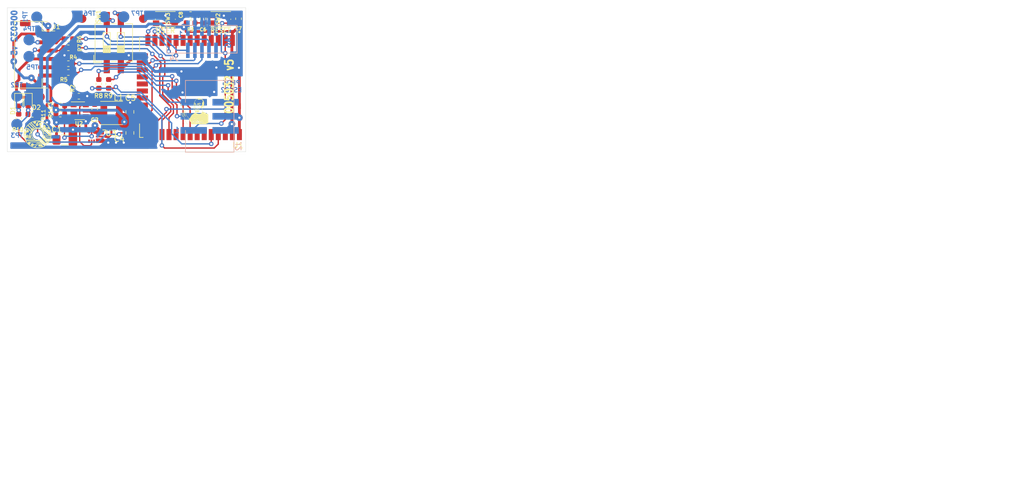
<source format=kicad_pcb>
(kicad_pcb (version 20171130) (host pcbnew "(5.1.12)-1")
  (title_block (title "005032 - modulo WiFi serie QUANTUM") (date 2021-11-17) (rev v5) (company "Aerauliqa srl"))
  (layers (0 F.Cu signal) (31 B.Cu signal) (34 B.Paste user hide) (35 F.Paste user) (36 B.SilkS user hide) (37 F.SilkS user) (38 B.Mask user hide) (39 F.Mask user) (44 Edge.Cuts user))
  (net 0 "")
  (net 1 +VDC)
  (net 2 GND)
  (net 3 "Net-(C2-Pad1)")
  (net 4 +3V3)
  (net 5 "Net-(C3-Pad2)")
  (net 6 /EN)
  (net 7 /GPIO0)
  (net 8 /USER_BUTTON)
  (net 9 /serial_TX)
  (net 10 /serial_RX)
  (net 11 /TXD2)
  (net 12 /RXD2)
  (net 13 /TXD0)
  (net 14 /RXD0)
  (net 15 /LED_G)
  (net 16 /LED_R)
  (net 17 /DIP_SW2)
  (net 18 /DIP_SW1)
  (net 19 /ESP_TMS)
  (net 20 /ESP_TCK)
  (net 21 /ESP_TDO)
  (net 22 /ESP_TDI)
  (net 23 /RX_scheda_base)
  (net 24 /TX_scheda_base)
  (net 25 /nRST_scheda_base)
  (net 26 /BOOT0_scheda_base)
  (net 27 /GPIO18)
  (net 28 /GPIO19)
  (net 29 /D1_anode)
  (net 30 /D2_anode)
  (net 31 "Net-(J4-Pad10)")
  (net 32 "Net-(U1-Pad4)")
  (net 33 "Net-(U1-Pad5)")
  (net 34 "Net-(U1-Pad6)")
  (net 35 "Net-(U1-Pad7)")
  (net 36 "Net-(U1-Pad8)")
  (net 37 "Net-(U1-Pad9)")
  (net 38 "Net-(U1-Pad17)")
  (net 39 "Net-(U1-Pad18)")
  (net 40 "Net-(U1-Pad19)")
  (net 41 "Net-(U1-Pad20)")
  (net 42 "Net-(U1-Pad21)")
  (net 43 "Net-(U1-Pad22)")
  (net 44 "Net-(U1-Pad29)")
  (net 45 "Net-(U1-Pad32)")
  (net 46 "Net-(U1-Pad33)")
  (net 47 "Net-(U1-Pad36)")
  (net 48 "Net-(U1-Pad37)")
  (net 49 "Net-(U3-Pad5)")
  (net 50 "Net-(U3-Pad7)")
  (net 51 /3V3_SW)
  (module aerauliqa-switches:SW_Push_1P1T_NO_3.5x2.8 (layer F.Cu) (at 138.5 76.1)
    (fp_text reference SW2 (at -0.5 -0.05 90) (layer F.SilkS) (effects (font (size 0.7 0.7))))
    (fp_text value 434153017835)
    (pad 2 smd rect (at 1.675 0.7) (size 1.15 1) (layers F.Cu F.Paste F.Mask) (net 6 /EN))
    (pad 1 smd rect (at 1.675 -0.7) (size 1.15 1) (layers F.Cu F.Paste F.Mask) (net 2 GND))
    (pad 2 smd rect (at -1.675 0.7) (size 1.15 1) (layers F.Cu F.Paste F.Mask) (net 6 /EN))
    (pad 1 smd rect (at -1.675 -0.7) (size 1.15 1) (layers F.Cu F.Paste F.Mask) (net 2 GND))
  )
  (module aerauliqa-switches:SW_Push_1P1T_NO_3.5x2.8 (layer F.Cu) (at 128.5 76.1)
    (fp_text reference SW3 (at 0.45 -0.15 90) (layer F.SilkS) (effects (font (size 0.7 0.7))))
    (fp_text value 434153017835)
    (pad 2 smd rect (at 1.675 0.7) (size 1.15 1) (layers F.Cu F.Paste F.Mask) (net 8 /USER_BUTTON))
    (pad 1 smd rect (at 1.675 -0.7) (size 1.15 1) (layers F.Cu F.Paste F.Mask) (net 2 GND))
    (pad 2 smd rect (at -1.675 0.7) (size 1.15 1) (layers F.Cu F.Paste F.Mask) (net 8 /USER_BUTTON))
    (pad 1 smd rect (at -1.675 -0.7) (size 1.15 1) (layers F.Cu F.Paste F.Mask) (net 2 GND))
  )
  (module aerauliqa-IC:AP6335x (layer F.Cu) (at 116 97.25 270)
    (fp_text reference U3 (at -0.6 -2.7 180) (layer F.SilkS))
    (fp_text value AP63357)
    (pad 9 smd rect (at 0 -0.825 270) (size 0.3 1.725) (layers F.Cu F.Mask) (net 51 /3V3_SW))
    (pad 8 smd rect (at 0.75 -0.6875 270) (size 0.8 1.45) (layers F.Cu F.Paste F.Mask) (net 2 GND))
    (pad 7 smd rect (at 0.85 0.3625 270) (size 0.6 0.3) (layers F.Cu F.Paste F.Mask) (net 50 "Net-(U3-Pad7)"))
    (pad 6 smd rect (at 0.85 0.8125 270) (size 0.6 0.3) (layers F.Cu F.Paste F.Mask) (net 3 "Net-(C2-Pad1)"))
    (pad 5 smd rect (at 0.85 1.2625 270) (size 0.6 0.3) (layers F.Cu F.Paste F.Mask) (net 49 "Net-(U3-Pad5)"))
    (pad 4 smd rect (at -0.85 1.2625 270) (size 0.6 0.3) (layers F.Cu F.Paste F.Mask) (net 2 GND))
    (pad 3 smd rect (at -0.85 0.8125 270) (size 0.6 0.3) (layers F.Cu F.Paste F.Mask) (net 5 "Net-(C3-Pad2)"))
    (pad 2 smd rect (at -0.85 0.3625 270) (size 0.6 0.3) (layers F.Cu F.Paste F.Mask) (net 1 +VDC))
    (pad 1 smd rect (at -0.75 -0.6875 270) (size 0.8 1.45) (layers F.Cu F.Paste F.Mask) (net 1 +VDC))
  )
  (module aerauliqa-production:Hole_2.4mm (layer F.Cu) (at 121.53 87.54)
    (fp_text reference Hole2.4_2)
    (fp_text value Hole_2.4mm)
    (pad "" np_thru_hole circle (at 0 0) (size 2.4 2.4) (drill 2.4) (layers *.Cu *.Mask))
  )
  (module aerauliqa-production:Hole_2.4mm (layer F.Cu) (at 113.53 87.54)
    (fp_text reference Hole2.4_1)
    (fp_text value Hole_2.4mm)
    (pad "" np_thru_hole circle (at 0 0) (size 2.4 2.4) (drill 2.4) (layers *.Cu *.Mask))
  )
  (module aerauliqa-production:Hole_2.65mm (layer F.Cu) (at 109.9 89.45)
    (fp_text reference Hole2.65_2)
    (fp_text value Hole_2.65mm)
    (pad "" np_thru_hole circle (at 0 0) (size 2.65 2.65) (drill 2.65) (layers *.Cu *.Mask))
  )
  (module tonazza:Fiducial_1.5mm_Mask2mm (layer F.Cu) (at 124.5 76)
    (fp_text reference REF**)
    (fp_text value Fiducial_1.5mm_Mask2mm)
    (pad "" smd circle (at 0 0) (size 1.5 1.5) (layers F.Cu F.Mask) (clearance 0.5))
  )
  (module tonazza:Fiducial_1.5mm_Mask2mm (layer F.Cu) (at 113.5 76)
    (fp_text reference REF**)
    (fp_text value Fiducial_1.5mm_Mask2mm)
    (pad "" smd circle (at 0 0) (size 1.5 1.5) (layers F.Cu F.Mask) (clearance 0.5))
  )
  (module tonazza:Fiducial_1.5mm_Mask2mm (layer F.Cu) (at 106 90.1)
    (fp_text reference REF**)
    (fp_text value Fiducial_1.5mm_Mask2mm)
    (pad "" smd circle (at 0 0) (size 1.5 1.5) (layers F.Cu F.Mask) (clearance 0.5))
  )
  (module aerauliqa-production:Hole_2.65mm (layer F.Cu) (at 109.9 75.45)
    (fp_text reference Hole2.65_1)
    (fp_text value Hole_2.65mm)
    (pad "" np_thru_hole circle (at 0 0) (size 2.65 2.65) (drill 2.65) (layers *.Cu *.Mask))
  )
  (module tonazza:AQ_logo_pcb_5mm (layer F.Cu) (at 105.45 96.85)
    (fp_text reference G*** hide)
    (fp_text value LOGO hide)
  )
  (module tonazza:TestPoint_round_2.0mm (layer B.Cu) (at 105.3 75.7)
    (fp_text reference TP1 (at -2.075 0 -90) (layer B.Cu) (effects (font (size 0.8 0.8)) (justify mirror)))
    (fp_text value -)
    (pad 1 smd circle (at 0 0) (size 2 2) (layers B.Cu B.Mask) (net 1 +VDC))
  )
  (module tonazza:ESP32-WROOM-32E (layer F.Cu) (at 133.6 88.4 270)
    (fp_text reference U1 (at 10.45 -8) (layer F.SilkS))
    (fp_text value ESP32-WROOM-32E)
    (pad 39 smd rect (at -1 -0.76 270) (size 5 5) (layers F.Cu F.Paste F.Mask) (net 2 GND))
    (pad 38 smd rect (at 8.5 -8.26 270) (size 2 0.9) (layers F.Cu F.Paste F.Mask) (net 2 GND))
    (pad 37 smd rect (at 8.5 -6.99 270) (size 2 0.9) (layers F.Cu F.Paste F.Mask) (net 48 "Net-(U1-Pad37)"))
    (pad 36 smd rect (at 8.5 -5.72 270) (size 2 0.9) (layers F.Cu F.Paste F.Mask) (net 47 "Net-(U1-Pad36)"))
    (pad 35 smd rect (at 8.5 -4.45 270) (size 2 0.9) (layers F.Cu F.Paste F.Mask) (net 13 /TXD0))
    (pad 34 smd rect (at 8.5 -3.18 270) (size 2 0.9) (layers F.Cu F.Paste F.Mask) (net 14 /RXD0))
    (pad 33 smd rect (at 8.5 -1.91 270) (size 2 0.9) (layers F.Cu F.Paste F.Mask) (net 46 "Net-(U1-Pad33)"))
    (pad 32 smd rect (at 8.5 -0.64 270) (size 2 0.9) (layers F.Cu F.Paste F.Mask) (net 45 "Net-(U1-Pad32)"))
    (pad 31 smd rect (at 8.5 0.63 270) (size 2 0.9) (layers F.Cu F.Paste F.Mask) (net 28 /GPIO19))
    (pad 30 smd rect (at 8.5 1.9 270) (size 2 0.9) (layers F.Cu F.Paste F.Mask) (net 27 /GPIO18))
    (pad 29 smd rect (at 8.5 3.17 270) (size 2 0.9) (layers F.Cu F.Paste F.Mask) (net 44 "Net-(U1-Pad29)"))
    (pad 28 smd rect (at 8.5 4.44 270) (size 2 0.9) (layers F.Cu F.Paste F.Mask) (net 11 /TXD2))
    (pad 27 smd rect (at 8.5 5.71 270) (size 2 0.9) (layers F.Cu F.Paste F.Mask) (net 12 /RXD2))
    (pad 26 smd rect (at 8.5 6.98 270) (size 2 0.9) (layers F.Cu F.Paste F.Mask) (net 15 /LED_G))
    (pad 25 smd rect (at 8.5 8.25 270) (size 2 0.9) (layers F.Cu F.Paste F.Mask) (net 7 /GPIO0))
    (pad 24 smd rect (at 5.715 9.25 270) (size 0.9 2) (layers F.Cu F.Paste F.Mask) (net 16 /LED_R))
    (pad 23 smd rect (at 4.445 9.25 270) (size 0.9 2) (layers F.Cu F.Paste F.Mask) (net 21 /ESP_TDO))
    (pad 22 smd rect (at 3.175 9.25 270) (size 0.9 2) (layers F.Cu F.Paste F.Mask) (net 43 "Net-(U1-Pad22)"))
    (pad 21 smd rect (at 1.905 9.25 270) (size 0.9 2) (layers F.Cu F.Paste F.Mask) (net 42 "Net-(U1-Pad21)"))
    (pad 20 smd rect (at 0.635 9.25 270) (size 0.9 2) (layers F.Cu F.Paste F.Mask) (net 41 "Net-(U1-Pad20)"))
    (pad 19 smd rect (at -0.635 9.25 270) (size 0.9 2) (layers F.Cu F.Paste F.Mask) (net 40 "Net-(U1-Pad19)"))
    (pad 18 smd rect (at -1.905 9.25 270) (size 0.9 2) (layers F.Cu F.Paste F.Mask) (net 39 "Net-(U1-Pad18)"))
    (pad 17 smd rect (at -3.175 9.25 270) (size 0.9 2) (layers F.Cu F.Paste F.Mask) (net 38 "Net-(U1-Pad17)"))
    (pad 16 smd rect (at -4.445 9.25 270) (size 0.9 2) (layers F.Cu F.Paste F.Mask) (net 20 /ESP_TCK))
    (pad 15 smd rect (at -5.715 9.25 270) (size 0.9 2) (layers F.Cu F.Paste F.Mask) (net 2 GND))
    (pad 14 smd rect (at -8.5 8.25 270) (size 2 0.9) (layers F.Cu F.Paste F.Mask) (net 22 /ESP_TDI))
    (pad 13 smd rect (at -8.5 6.98 270) (size 2 0.9) (layers F.Cu F.Paste F.Mask) (net 19 /ESP_TMS))
    (pad 12 smd rect (at -8.5 5.71 270) (size 2 0.9) (layers F.Cu F.Paste F.Mask) (net 8 /USER_BUTTON))
    (pad 11 smd rect (at -8.5 4.44 270) (size 2 0.9) (layers F.Cu F.Paste F.Mask) (net 17 /DIP_SW2))
    (pad 10 smd rect (at -8.5 3.17 270) (size 2 0.9) (layers F.Cu F.Paste F.Mask) (net 18 /DIP_SW1))
    (pad 9 smd rect (at -8.5 1.9 270) (size 2 0.9) (layers F.Cu F.Paste F.Mask) (net 37 "Net-(U1-Pad9)"))
    (pad 8 smd rect (at -8.5 0.63 270) (size 2 0.9) (layers F.Cu F.Paste F.Mask) (net 36 "Net-(U1-Pad8)"))
    (pad 7 smd rect (at -8.5 -0.64 270) (size 2 0.9) (layers F.Cu F.Paste F.Mask) (net 35 "Net-(U1-Pad7)"))
    (pad 6 smd rect (at -8.5 -1.91 270) (size 2 0.9) (layers F.Cu F.Paste F.Mask) (net 34 "Net-(U1-Pad6)"))
    (pad 5 smd rect (at -8.5 -3.18 270) (size 2 0.9) (layers F.Cu F.Paste F.Mask) (net 33 "Net-(U1-Pad5)"))
    (pad 4 smd rect (at -8.5 -4.45 270) (size 2 0.9) (layers F.Cu F.Paste F.Mask) (net 32 "Net-(U1-Pad4)"))
    (pad 3 smd rect (at -8.5 -5.72 270) (size 2 0.9) (layers F.Cu F.Paste F.Mask) (net 6 /EN))
    (pad 2 smd rect (at -8.5 -6.99 270) (size 2 0.9) (layers F.Cu F.Paste F.Mask) (net 4 +3V3))
    (pad 1 smd rect (at -8.5 -8.26 270) (size 2 0.9) (layers F.Cu F.Paste F.Mask) (net 2 GND))
  )
  (module tonazza:TONAZZA_logo_5mm (layer F.Cu) (at 133.7 92.475)
    (fp_text reference G*** hide)
    (fp_text value LOGO hide)
  )
  (module Capacitor_SMD:C_1206_3216Metric_Pad1.42x1.75mm_HandSolder (layer F.Cu) (at 110.35 97.85 180)
    (fp_text reference C1 (at 1.45 1.85 180) (layer F.SilkS))
    (fp_text value 10u/35)
    (pad 1 smd roundrect (at -1.4875 0 180) (size 1.425 1.75) (layers F.Cu F.Paste F.Mask) (roundrect_rratio 0.1754385964912281) (net 1 +VDC))
    (pad 2 smd roundrect (at 1.4875 0 180) (size 1.425 1.75) (layers F.Cu F.Paste F.Mask) (roundrect_rratio 0.1754385964912281) (net 2 GND))
  )
  (module Capacitor_SMD:C_0603_1608Metric (layer F.Cu) (at 115.75 92.25 270)
    (fp_text reference C2 (at 2 0 180) (layer F.SilkS) (effects (font (size 0.7 0.7))))
    (fp_text value 0.1u)
    (pad 2 smd roundrect (at 0.7875 0 270) (size 0.875 0.95) (layers F.Cu F.Paste F.Mask) (net 51 /3V3_SW))
    (pad 1 smd roundrect (at -0.7875 0 270) (size 0.875 0.95) (layers F.Cu F.Paste F.Mask) (net 3 "Net-(C2-Pad1)"))
  )
  (module Capacitor_SMD:C_0603_1608Metric (layer F.Cu) (at 109.55 91.7)
    (fp_text reference C3 (at -1.8 0 270) (layer F.SilkS) (effects (font (size 0.7 0.7))))
    (fp_text value 100p)
    (pad 1 smd roundrect (at -0.7875 0) (size 0.875 0.95) (layers F.Cu F.Paste F.Mask) (net 4 +3V3))
    (pad 2 smd roundrect (at 0.7875 0) (size 0.875 0.95) (layers F.Cu F.Paste F.Mask) (net 5 "Net-(C3-Pad2)"))
  )
  (module Capacitor_SMD:C_0805_2012Metric_Pad1.15x1.40mm_HandSolder (layer F.Cu) (at 122.1 96.6 270)
    (fp_text reference C4 (at 1.1 1.9 180) (layer F.SilkS))
    (fp_text value 22u/6.3)
    (pad 2 smd roundrect (at 1.025 0 270) (size 1.15 1.4) (layers F.Cu F.Paste F.Mask) (roundrect_rratio 0.2173904347826087) (net 2 GND))
    (pad 1 smd roundrect (at -1.025 0 270) (size 1.15 1.4) (layers F.Cu F.Paste F.Mask) (roundrect_rratio 0.2173904347826087) (net 4 +3V3))
  )
  (module Capacitor_SMD:C_0805_2012Metric_Pad1.15x1.40mm_HandSolder (layer F.Cu) (at 122.1 92.8 90)
    (fp_text reference C5 (at 2.5 0.1 180) (layer F.SilkS))
    (fp_text value 22u/6.3)
    (pad 1 smd roundrect (at -1.025 0 90) (size 1.15 1.4) (layers F.Cu F.Paste F.Mask) (roundrect_rratio 0.2173904347826087) (net 4 +3V3))
    (pad 2 smd roundrect (at 1.025 0 90) (size 1.15 1.4) (layers F.Cu F.Paste F.Mask) (roundrect_rratio 0.2173904347826087) (net 2 GND))
  )
  (module Capacitor_SMD:C_0603_1608Metric (layer F.Cu) (at 135.3 76 90)
    (fp_text reference C6 (at -1.95 0 180) (layer F.SilkS) (effects (font (size 0.6 0.6))))
    (fp_text value 0.1u)
    (pad 1 smd roundrect (at -0.7875 0 90) (size 0.875 0.95) (layers F.Cu F.Paste F.Mask) (net 6 /EN))
    (pad 2 smd roundrect (at 0.7875 0 90) (size 0.875 0.95) (layers F.Cu F.Paste F.Mask) (net 2 GND))
  )
  (module Capacitor_SMD:C_0603_1608Metric (layer F.Cu) (at 141.7 76 90)
    (fp_text reference C7 (at -1.75 0) (layer F.SilkS) (effects (font (size 0.6 0.6))))
    (fp_text value 0.1u)
    (pad 2 smd roundrect (at 0.7875 0 90) (size 0.875 0.95) (layers F.Cu F.Paste F.Mask) (net 2 GND))
    (pad 1 smd roundrect (at -0.7875 0 90) (size 0.875 0.95) (layers F.Cu F.Paste F.Mask) (net 4 +3V3))
  )
  (module Capacitor_SMD:C_0603_1608Metric (layer F.Cu) (at 133.05 75.25 180)
    (fp_text reference C8 (at 1.75 -0.05 270) (layer F.SilkS) (effects (font (size 0.6 0.6))))
    (fp_text value 0.1u)
    (pad 2 smd roundrect (at 0.7875 0 180) (size 0.875 0.95) (layers F.Cu F.Paste F.Mask) (net 8 /USER_BUTTON))
    (pad 1 smd roundrect (at -0.7875 0 180) (size 0.875 0.95) (layers F.Cu F.Paste F.Mask) (net 2 GND))
  )
  (module LED_SMD:LED_0603_1608Metric (layer F.Cu) (at 102.05 90.95 270)
    (fp_text reference D1 (at 1.6 1.05 90) (layer F.SilkS) (effects (font (size 0.8 0.8))))
    (fp_text value "0603 green for 3.3V")
    (pad 1 smd roundrect (at -0.7875 0 270) (size 0.875 0.95) (layers F.Cu F.Paste F.Mask) (net 2 GND))
    (pad 2 smd roundrect (at 0.7875 0 270) (size 0.875 0.95) (layers F.Cu F.Paste F.Mask) (net 29 /D1_anode))
  )
  (module LED_SMD:LED_0603_1608Metric (layer F.Cu) (at 103.75 90.95 270)
    (fp_text reference D2 (at 1.05 -1.5 180) (layer F.SilkS) (effects (font (size 0.8 0.8))))
    (fp_text value "0603 red for 3.3V")
    (pad 2 smd roundrect (at 0.7875 0 270) (size 0.875 0.95) (layers F.Cu F.Paste F.Mask) (net 30 /D2_anode))
    (pad 1 smd roundrect (at -0.7875 0 270) (size 0.875 0.95) (layers F.Cu F.Paste F.Mask) (net 2 GND))
  )
  (module Resistor_SMD:R_0603_1608Metric (layer F.Cu) (at 109.55 93.2)
    (fp_text reference R1 (at -1.75 0 270) (layer F.SilkS) (effects (font (size 0.7 0.7))))
    (fp_text value "180K 1%")
    (pad 2 smd roundrect (at 0.7875 0) (size 0.875 0.95) (layers F.Cu F.Paste F.Mask) (net 5 "Net-(C3-Pad2)"))
    (pad 1 smd roundrect (at -0.7875 0) (size 0.875 0.95) (layers F.Cu F.Paste F.Mask) (net 4 +3V3))
  )
  (module Resistor_SMD:R_0603_1608Metric (layer F.Cu) (at 112.9 89.98)
    (fp_text reference R2 (at -1.15 -1.43 90) (layer F.SilkS) (effects (font (size 0.7 0.7))))
    (fp_text value "57.6K 1%")
    (pad 1 smd roundrect (at -0.7875 0) (size 0.875 0.95) (layers F.Cu F.Paste F.Mask) (net 5 "Net-(C3-Pad2)"))
    (pad 2 smd roundrect (at 0.7875 0) (size 0.875 0.95) (layers F.Cu F.Paste F.Mask) (net 2 GND))
  )
  (module Resistor_SMD:R_0603_1608Metric (layer F.Cu) (at 133.05 76.75)
    (fp_text reference R3 (at 0 1.2 -180) (layer F.SilkS) (effects (font (size 0.6 0.6))))
    (fp_text value "57.6K 1%")
    (pad 2 smd roundrect (at 0.7875 0) (size 0.875 0.95) (layers F.Cu F.Paste F.Mask) (net 6 /EN))
    (pad 1 smd roundrect (at -0.7875 0) (size 0.875 0.95) (layers F.Cu F.Paste F.Mask) (net 4 +3V3))
  )
  (module Resistor_SMD:R_0603_1608Metric (layer F.Cu) (at 111 84.1 180)
    (fp_text reference R4 (at -0.9 1.15 180) (layer F.SilkS) (effects (font (size 0.7 0.7))))
    (fp_text value 100R)
    (pad 1 smd roundrect (at -0.7875 0 180) (size 0.875 0.95) (layers F.Cu F.Paste F.Mask) (net 27 /GPIO18))
    (pad 2 smd roundrect (at 0.7875 0 180) (size 0.875 0.95) (layers F.Cu F.Paste F.Mask) (net 25 /nRST_scheda_base))
  )
  (module Resistor_SMD:R_0603_1608Metric (layer F.Cu) (at 111 85.7 180)
    (fp_text reference R5 (at 0.825 -1.275 180) (layer F.SilkS) (effects (font (size 0.7 0.7))))
    (fp_text value 100R)
    (pad 2 smd roundrect (at 0.7875 0 180) (size 0.875 0.95) (layers F.Cu F.Paste F.Mask) (net 26 /BOOT0_scheda_base))
    (pad 1 smd roundrect (at -0.7875 0 180) (size 0.875 0.95) (layers F.Cu F.Paste F.Mask) (net 28 /GPIO19))
  )
  (module Resistor_SMD:R_0603_1608Metric (layer F.Cu) (at 111 79.65 180)
    (fp_text reference R6 (at -2 -0.05 270) (layer F.SilkS) (effects (font (size 0.7 0.7))))
    (fp_text value 100R)
    (pad 1 smd roundrect (at -0.7875 0 180) (size 0.875 0.95) (layers F.Cu F.Paste F.Mask) (net 11 /TXD2))
    (pad 2 smd roundrect (at 0.7875 0 180) (size 0.875 0.95) (layers F.Cu F.Paste F.Mask) (net 23 /RX_scheda_base))
  )
  (module Resistor_SMD:R_0603_1608Metric (layer F.Cu) (at 111 81.25 180)
    (fp_text reference R7 (at -2.1 0 270) (layer F.SilkS) (effects (font (size 0.7 0.7))))
    (fp_text value 100R)
    (pad 1 smd roundrect (at -0.7875 0 180) (size 0.875 0.95) (layers F.Cu F.Paste F.Mask) (net 12 /RXD2))
    (pad 2 smd roundrect (at 0.7875 0 180) (size 0.875 0.95) (layers F.Cu F.Paste F.Mask) (net 24 /TX_scheda_base))
  )
  (module Resistor_SMD:R_0603_1608Metric (layer F.Cu) (at 116.5 87.75 90)
    (fp_text reference R8 (at -2.15 -0.05) (layer F.SilkS) (effects (font (size 0.8 0.8))))
    (fp_text value 100R)
    (pad 1 smd roundrect (at -0.7875 0 90) (size 0.875 0.95) (layers F.Cu F.Paste F.Mask) (net 13 /TXD0))
    (pad 2 smd roundrect (at 0.7875 0 90) (size 0.875 0.95) (layers F.Cu F.Paste F.Mask) (net 10 /serial_RX))
  )
  (module Resistor_SMD:R_0603_1608Metric (layer F.Cu) (at 118.275 87.75 90)
    (fp_text reference R9 (at -2.15 -0.075) (layer F.SilkS) (effects (font (size 0.8 0.8))))
    (fp_text value 100R)
    (pad 2 smd roundrect (at 0.7875 0 90) (size 0.875 0.95) (layers F.Cu F.Paste F.Mask) (net 9 /serial_TX))
    (pad 1 smd roundrect (at -0.7875 0 90) (size 0.875 0.95) (layers F.Cu F.Paste F.Mask) (net 14 /RXD0))
  )
  (module Resistor_SMD:R_0603_1608Metric (layer F.Cu) (at 102.05 94 270)
    (fp_text reference R10 (at 2 0.15) (layer F.SilkS) (effects (font (size 0.7 0.7))))
    (fp_text value 100R)
    (pad 2 smd roundrect (at 0.7875 0 270) (size 0.875 0.95) (layers F.Cu F.Paste F.Mask) (net 15 /LED_G))
    (pad 1 smd roundrect (at -0.7875 0 270) (size 0.875 0.95) (layers F.Cu F.Paste F.Mask) (net 29 /D1_anode))
  )
  (module Resistor_SMD:R_0603_1608Metric (layer F.Cu) (at 104.5 93.25)
    (fp_text reference R11 (at 2 0.1 -90) (layer F.SilkS) (effects (font (size 0.7 0.7) (thickness 0.125))))
    (fp_text value 100R)
    (pad 1 smd roundrect (at -0.7875 0) (size 0.875 0.95) (layers F.Cu F.Paste F.Mask) (net 30 /D2_anode))
    (pad 2 smd roundrect (at 0.7875 0) (size 0.875 0.95) (layers F.Cu F.Paste F.Mask) (net 16 /LED_R))
  )
  (module Package_TO_SOT_SMD:SOT-23-6 (layer F.Cu) (at 113.05 92.6)
    (fp_text reference U2 (at -0.15 2.3 180) (layer F.SilkS) (effects (font (size 0.7 0.7))))
    (fp_text value AP63201)
    (pad 1 smd rect (at -1.1 -0.95) (size 1.06 0.65) (layers F.Cu F.Paste F.Mask) (net 5 "Net-(C3-Pad2)"))
    (pad 2 smd rect (at -1.1 0) (size 1.06 0.65) (layers F.Cu F.Paste F.Mask) (net 1 +VDC))
    (pad 3 smd rect (at -1.1 0.95) (size 1.06 0.65) (layers F.Cu F.Paste F.Mask) (net 1 +VDC))
    (pad 4 smd rect (at 1.1 0.95) (size 1.06 0.65) (layers F.Cu F.Paste F.Mask) (net 2 GND))
    (pad 6 smd rect (at 1.1 -0.95) (size 1.06 0.65) (layers F.Cu F.Paste F.Mask) (net 3 "Net-(C2-Pad1)"))
    (pad 5 smd rect (at 1.1 0) (size 1.06 0.65) (layers F.Cu F.Paste F.Mask) (net 51 /3V3_SW))
  )
  (module Button_Switch_SMD:SW_DIP_SPSTx02_Slide_6.7x6.64mm_W8.61mm_P2.54mm_LowProfile (layer F.Cu) (at 119.2 80.3 90)
    (fp_text reference SW1 (at 4.7 -2.8 270) (layer F.SilkS) (effects (font (size 0.8 0.8))))
    (fp_text value DMR02)
    (pad 1 smd rect (at -4.305 -1.27 90) (size 2.44 1.12) (layers F.Cu F.Paste F.Mask) (net 2 GND))
    (pad 3 smd rect (at 4.305 1.27 90) (size 2.44 1.12) (layers F.Cu F.Paste F.Mask) (net 17 /DIP_SW2))
    (pad 2 smd rect (at -4.305 1.27 90) (size 2.44 1.12) (layers F.Cu F.Paste F.Mask) (net 2 GND))
    (pad 4 smd rect (at 4.305 -1.27 90) (size 2.44 1.12) (layers F.Cu F.Paste F.Mask) (net 18 /DIP_SW1))
  )
  (module Inductor_SMD:L_Taiyo-Yuden_NR-40xx (layer F.Cu) (at 118.8 93)
    (fp_text reference L1 (at 1.25 -2.75) (layer F.SilkS))
    (fp_text value NRS4018T6R8‎)
    (pad 1 smd rect (at -1.4 0) (size 1.2 3.9) (layers F.Cu F.Paste F.Mask) (net 51 /3V3_SW))
    (pad 2 smd rect (at 1.4 0) (size 1.2 3.9) (layers F.Cu F.Paste F.Mask) (net 4 +3V3))
  )
  (module tonazza:IDC_2x03_P2.54mm_Vertical_SMD (layer B.Cu) (at 136.5 93.6)
    (fp_text reference J2 (at 5.2 5.4 270) (layer B.SilkS) (effects (justify mirror)))
    (fp_text value PROG_ESP02)
    (fp_text user 1 (at -5.9 2.5 180) (layer B.Cu) (effects (justify mirror)))
    (pad 1 smd rect (at -2.875 2.54) (size 4.75 1.2) (layers B.Cu B.Paste B.Mask) (net 6 /EN))
    (pad 2 smd rect (at 2.875 2.54) (size 4.75 1.2) (layers B.Cu B.Paste B.Mask) (net 4 +3V3))
    (pad 3 smd rect (at -2.875 0) (size 4.75 1.2) (layers B.Cu B.Paste B.Mask) (net 10 /serial_RX))
    (pad 4 smd rect (at 2.875 0) (size 4.75 1.2) (layers B.Cu B.Paste B.Mask) (net 2 GND))
    (pad 5 smd rect (at -2.875 -2.54) (size 4.75 1.2) (layers B.Cu B.Paste B.Mask) (net 9 /serial_TX))
    (pad 6 smd rect (at 2.875 -2.54) (size 4.75 1.2) (layers B.Cu B.Paste B.Mask) (net 7 /GPIO0))
  )
  (module tonazza:IDC_2x05_P1.27mm_Vertical_SMD (layer B.Cu) (at 135.1 79.7 270)
    (fp_text reference J4 (at 3.4 5.05 180) (layer B.SilkS) (effects (justify mirror)))
    (fp_text value JTAG)
    (fp_text user 1 (at -0.9 3.9 180) (layer B.Cu) (effects (justify mirror)))
    (pad 1 smd rect (at -2 2.54 270) (size 2.77 0.65) (layers B.Cu B.Paste B.Mask) (net 4 +3V3))
    (pad 2 smd rect (at 2 2.54 270) (size 2.77 0.65) (layers B.Cu B.Paste B.Mask) (net 19 /ESP_TMS))
    (pad 3 smd rect (at -2 1.27 270) (size 2.77 0.65) (layers B.Cu B.Paste B.Mask) (net 2 GND))
    (pad 4 smd rect (at 2 1.27 270) (size 2.77 0.65) (layers B.Cu B.Paste B.Mask) (net 20 /ESP_TCK))
    (pad 5 smd rect (at -2 0 270) (size 2.77 0.65) (layers B.Cu B.Paste B.Mask) (net 2 GND))
    (pad 6 smd rect (at 2 0 270) (size 2.77 0.65) (layers B.Cu B.Paste B.Mask) (net 21 /ESP_TDO))
    (pad 7 smd rect (at -2 -1.27 270) (size 2.77 0.65) (layers B.Cu B.Paste B.Mask) (net 2 GND))
    (pad 8 smd rect (at 2 -1.27 270) (size 2.77 0.65) (layers B.Cu B.Paste B.Mask) (net 22 /ESP_TDI))
    (pad 9 smd rect (at -2 -2.54 270) (size 2.77 0.65) (layers B.Cu B.Paste B.Mask) (net 2 GND))
    (pad 10 smd rect (at 2 -2.54 270) (size 2.77 0.65) (layers B.Cu B.Paste B.Mask) (net 31 "Net-(J4-Pad10)"))
  )
  (module tonazza:TestPoint_round_2.0mm (layer B.Cu) (at 101.7 89.95 180)
    (fp_text reference TP2 (at 0 1.998) (layer B.Cu) (effects (font (size 0.8 0.8)) (justify mirror)))
    (fp_text value -)
    (pad 1 smd circle (at 0 0 180) (size 2 2) (layers B.Cu B.Mask) (net 29 /D1_anode))
  )
  (module tonazza:TestPoint_round_2.0mm (layer B.Cu) (at 101.7 95.05)
    (fp_text reference TP3 (at 0 1.998) (layer B.Cu) (effects (font (size 0.8 0.8)) (justify mirror)))
    (fp_text value -)
    (pad 1 smd circle (at 0 0) (size 2 2) (layers B.Cu B.Mask) (net 30 /D2_anode))
  )
  (module tonazza:TestPoint_round_2.0mm (layer B.Cu) (at 103.9 79.8 90)
    (fp_text reference TP4 (at 1.975 0) (layer B.Cu) (effects (font (size 0.8 0.8)) (justify mirror)))
    (fp_text value -)
    (pad 1 smd circle (at 0 0 90) (size 2 2) (layers B.Cu B.Mask) (net 23 /RX_scheda_base))
  )
  (module tonazza:TestPoint_round_2.0mm (layer B.Cu) (at 103.9 82.8 270)
    (fp_text reference TP5 (at 1.95 -0.6) (layer B.Cu) (effects (font (size 0.8 0.8)) (justify mirror)))
    (fp_text value -)
    (pad 1 smd circle (at 0 0 270) (size 2 2) (layers B.Cu B.Mask) (net 24 /TX_scheda_base))
  )
  (module tonazza:TestPoint_round_2.0mm (layer B.Cu) (at 117.45 75.65 270)
    (fp_text reference TP6 (at -0.6 2.625 180) (layer B.Cu) (effects (font (size 0.8 0.8)) (justify mirror)))
    (fp_text value -)
    (pad 1 smd circle (at 0 0 270) (size 2 2) (layers B.Cu B.Mask) (net 18 /DIP_SW1))
  )
  (module tonazza:TestPoint_round_2.0mm (layer B.Cu) (at 121 75.65 90)
    (fp_text reference TP7 (at 0.6 2.425 180) (layer B.Cu) (effects (font (size 0.8 0.8)) (justify mirror)))
    (fp_text value -)
    (pad 1 smd circle (at 0 0 90) (size 2 2) (layers B.Cu B.Mask) (net 17 /DIP_SW2))
  )
  (module tonazza:JST_ZH_S6B-ZR-SM4A-TF (layer F.Cu) (at 105.7 82.5 270)
    (fp_text reference J1 (at -5.05 -3.15) (layer F.SilkS) (effects (font (size 0.8 0.8))))
    (fp_text value alim+conn)
    (pad 1 smd roundrect (at -3.75 -1.625 270) (size 0.7 3.5) (layers F.Cu F.Paste F.Mask) (net 1 +VDC))
    (pad 2 smd roundrect (at -2.25 -1.625 270) (size 0.7 3.5) (layers F.Cu F.Paste F.Mask) (net 23 /RX_scheda_base))
    (pad 3 smd roundrect (at -0.75 -1.625 270) (size 0.7 3.5) (layers F.Cu F.Paste F.Mask) (net 24 /TX_scheda_base))
    (pad 4 smd roundrect (at 0.75 -1.625 270) (size 0.7 3.5) (layers F.Cu F.Paste F.Mask) (net 2 GND))
    (pad 5 smd roundrect (at 2.25 -1.625 270) (size 0.7 3.5) (layers F.Cu F.Paste F.Mask) (net 25 /nRST_scheda_base))
    (pad 6 smd roundrect (at 3.75 -1.625 270) (size 0.7 3.5) (layers F.Cu F.Paste F.Mask) (net 26 /BOOT0_scheda_base))
    (pad MP smd roundrect (at -5.7 2.475 270) (size 1.1 1.9) (layers F.Cu F.Paste F.Mask) (roundrect_rratio 0.167))
    (pad MP smd roundrect (at 5.7 2.475 270) (size 1.1 1.9) (layers F.Cu F.Paste F.Mask) (roundrect_rratio 0.167))
  )
  (gr_text "PROG\nESP02" (at 140.4 88.2) (layer B.Cu) (effects (font (size 0.8 0.8)) (justify mirror)))
  (gr_text JTAG (at 139.8 79.6 90) (layer B.Cu) (effects (font (size 1 1) (thickness 0.2)) (justify mirror)))
  (gr_text "005032 v5" (at 101.25 78.55 90) (layer B.Cu) (effects (font (size 1 1) (thickness 0.25)) (justify mirror)))
  (gr_text "005032 v5" (at 140.025 88.2 90) (layer F.SilkS) (effects (font (size 1.5 1.2) (thickness 0.3))))
  (gr_text RESET (at 138.45 78.15) (layer F.SilkS) (effects (font (size 0.8 0.8))))
  (gr_text USER (at 128.5 78.15) (layer F.SilkS) (effects (font (size 0.9 0.9))))
  (gr_line (start 100 74) (end 100 100) (layer Edge.Cuts) (width 0.05))
  (gr_line (start 143 74) (end 100 74) (layer Edge.Cuts) (width 0.05))
  (gr_line (start 143 100) (end 143 74) (layer Edge.Cuts) (width 0.05))
  (gr_line (start 100 100) (end 143 100) (layer Edge.Cuts) (width 0.05))
  (segment (start 111.95 92.6) (end 111.95 93.55) (width 0.5) (layer F.Cu) (net 1))
  (segment (start 111.95 93.55) (end 111.95 94.1) (width 0.5) (layer F.Cu) (net 1))
  (via (at 107.35 77.3) (size 1.2) (drill 0.4) (layers F.Cu B.Cu) (net 1))
  (segment (start 107.325 77.325) (end 107.35 77.3) (width 0.5) (layer F.Cu) (net 1))
  (segment (start 107.325 78.75) (end 107.325 77.325) (width 0.5) (layer F.Cu) (net 1))
  (segment (start 106.9 77.3) (end 105.3 75.7) (width 0.5) (layer B.Cu) (net 1))
  (segment (start 107.35 77.3) (end 106.9 77.3) (width 0.5) (layer B.Cu) (net 1))
  (via (at 101.15 83.7) (size 1.2) (drill 0.4) (layers F.Cu B.Cu) (net 1))
  (segment (start 101.15 84) (end 101.15 83.7) (width 0.5) (layer B.Cu) (net 1))
  (segment (start 101.15 83.7) (end 101.15 80.15) (width 0.5) (layer F.Cu) (net 1))
  (segment (start 102.55 78.75) (end 107.325 78.75) (width 0.5) (layer F.Cu) (net 1))
  (segment (start 101.15 80.15) (end 102.55 78.75) (width 0.5) (layer F.Cu) (net 1))
  (via (at 115.8 95.25) (size 1.2) (drill 0.4) (layers F.Cu B.Cu) (net 1))
  (segment (start 116.6875 96.1375) (end 115.8 95.25) (width 0.5) (layer F.Cu) (net 1))
  (segment (start 116.6875 96.5) (end 116.6875 96.1375) (width 0.5) (layer F.Cu) (net 1))
  (segment (start 111.95 95.05) (end 111.95 93.55) (width 0.5) (layer F.Cu) (net 1))
  (segment (start 111.9125 95.0125) (end 111.95 95.05) (width 0.5) (layer F.Cu) (net 1))
  (segment (start 115.737501 96.5) (end 115.737501 96.4) (width 0.5) (layer F.Cu) (net 1))
  (segment (start 116.6875 96.5) (end 115.737501 96.5) (width 0.5) (layer F.Cu) (net 1))
  (segment (start 111.8375 95.1625) (end 111.95 95.05) (width 0.5) (layer F.Cu) (net 1))
  (segment (start 111.8375 97.85) (end 111.8375 95.1625) (width 0.5) (layer F.Cu) (net 1))
  (segment (start 115.8 95.25) (end 115.25 95.8) (width 0.5) (layer B.Cu) (net 1))
  (segment (start 115.25 95.8) (end 112.15 95.8) (width 0.5) (layer B.Cu) (net 1))
  (segment (start 105.55 87.8) (end 104.523528 86.773528) (width 0.5) (layer F.Cu) (net 1))
  (segment (start 107.15 94.95) (end 108 95.8) (width 0.5) (layer B.Cu) (net 1))
  (segment (start 108 95.8) (end 112.15 95.8) (width 0.5) (layer B.Cu) (net 1))
  (segment (start 104.523528 86.773528) (end 104.423528 86.773528) (width 0.5) (layer F.Cu) (net 1))
  (segment (start 107.85 90.8) (end 107.85 88.55) (width 0.5) (layer F.Cu) (net 1))
  (segment (start 107.15 94.7) (end 107.15 91.5) (width 0.5) (layer F.Cu) (net 1))
  (segment (start 107.15 91.5) (end 107.85 90.8) (width 0.5) (layer F.Cu) (net 1))
  (segment (start 107.1 87.8) (end 105.55 87.8) (width 0.5) (layer F.Cu) (net 1))
  (segment (start 104.423528 86.773528) (end 104.325 86.675) (width 0.5) (layer F.Cu) (net 1))
  (segment (start 104.325 86.675) (end 104.3 86.65) (width 0.5) (layer B.Cu) (net 1))
  (segment (start 107.85 88.55) (end 107.1 87.8) (width 0.5) (layer F.Cu) (net 1))
  (segment (start 107.15 94.7) (end 107.15 94.95) (width 0.5) (layer B.Cu) (net 1))
  (via (at 107.15 94.7) (size 1.2) (drill 0.4) (layers F.Cu B.Cu) (net 1))
  (via (at 104.325 86.675) (size 1.2) (drill 0.4) (layers F.Cu B.Cu) (net 1))
  (segment (start 101.15 84.825) (end 101.15 83.7) (width 0.5) (layer B.Cu) (net 1))
  (segment (start 103 86.675) (end 101.15 84.825) (width 0.5) (layer B.Cu) (net 1))
  (segment (start 104.325 86.675) (end 103 86.675) (width 0.5) (layer B.Cu) (net 1))
  (segment (start 112.15 95.8) (end 111.8375 96.0125) (width 0.5) (layer B.Cu) (net 1))
  (via (at 111.8375 96.0125) (size 1.2) (drill 0.4) (layers F.Cu B.Cu) (net 1))
  (segment (start 106.75 95.1) (end 107.15 94.7) (width 0.5) (layer B.Cu) (net 1))
  (segment (start 106.75 95.25) (end 106.75 95.1) (width 0.5) (layer B.Cu) (net 1))
  (segment (start 115.5 96.25) (end 107.75 96.25) (width 0.5) (layer B.Cu) (net 1))
  (segment (start 115.8 95.95) (end 115.5 96.25) (width 0.5) (layer B.Cu) (net 1))
  (segment (start 107.75 96.25) (end 106.75 95.25) (width 0.5) (layer B.Cu) (net 1))
  (segment (start 115.8 95.25) (end 115.8 95.95) (width 0.5) (layer B.Cu) (net 1))
  (segment (start 141.855 85.155) (end 141.855 85.355) (width 0.5) (layer F.Cu) (net 2))
  (segment (start 141.855 94.355) (end 141.855 96.9) (width 0.5) (layer F.Cu) (net 2))
  (segment (start 141.855 79.9) (end 141.855 85.355) (width 0.5) (layer F.Cu) (net 2))
  (segment (start 121.9 97.625) (end 122.075 97.625) (width 0.5) (layer F.Cu) (net 2))
  (segment (start 141.855 92.145) (end 141.855 91.355) (width 0.5) (layer F.Cu) (net 2))
  (segment (start 137.64 77.7) (end 136.37 77.7) (width 0.5) (layer B.Cu) (net 2))
  (segment (start 133.83 77.7) (end 135.1 77.7) (width 0.5) (layer B.Cu) (net 2))
  (via (at 141.775 84.855) (size 1.2) (drill 0.4) (layers F.Cu B.Cu) (net 2))
  (segment (start 141.855 84.935) (end 141.775 84.855) (width 0.5) (layer F.Cu) (net 2))
  (segment (start 141.855 85.845) (end 141.855 84.935) (width 0.5) (layer F.Cu) (net 2))
  (segment (start 141.855 85.355) (end 141.855 85.845) (width 0.5) (layer F.Cu) (net 2))
  (segment (start 141.855 85.845) (end 141.855 92.145) (width 0.5) (layer F.Cu) (net 2))
  (via (at 137.7 84.8) (size 1.2) (drill 0.4) (layers F.Cu B.Cu) (net 2))
  (segment (start 137.755 84.855) (end 137.7 84.8) (width 0.5) (layer B.Cu) (net 2))
  (segment (start 141.775 84.855) (end 137.755 84.855) (width 0.5) (layer B.Cu) (net 2))
  (segment (start 137.7 84.8) (end 136.955 84.8) (width 0.5) (layer F.Cu) (net 2))
  (segment (start 141.775 75.9) (end 141.775 84.855) (width 0.5) (layer B.Cu) (net 2))
  (segment (start 121.815 82.685) (end 121.9 82.6) (width 0.5) (layer F.Cu) (net 2))
  (via (at 121.9 82.6) (size 1.2) (drill 0.4) (layers F.Cu B.Cu) (net 2))
  (segment (start 121.9 91.575) (end 122.1 91.775) (width 0.5) (layer F.Cu) (net 2))
  (segment (start 108.7 85.1) (end 112 88.4) (width 0.5) (layer B.Cu) (net 2))
  (segment (start 108.7 83.4) (end 108.7 85.1) (width 0.5) (layer B.Cu) (net 2))
  (segment (start 109.5 82.6) (end 108.7 83.4) (width 0.5) (layer B.Cu) (net 2))
  (segment (start 141.8 93.8) (end 141.855 93.855) (width 0.5) (layer B.Cu) (net 2))
  (segment (start 139.375 93.8) (end 141.8 93.8) (width 0.5) (layer B.Cu) (net 2))
  (segment (start 141.855 93.855) (end 141.855 94.355) (width 0.5) (layer F.Cu) (net 2))
  (via (at 141.855 93.855) (size 1.2) (drill 0.4) (layers F.Cu B.Cu) (net 2))
  (segment (start 141.855 92.145) (end 141.855 93.855) (width 0.5) (layer F.Cu) (net 2))
  (segment (start 132.525 89.235) (end 132.525 89.225) (width 0.5) (layer F.Cu) (net 2))
  (segment (start 136.955 84.805) (end 134.36 87.4) (width 0.5) (layer F.Cu) (net 2))
  (segment (start 136.955 84.8) (end 136.955 84.805) (width 0.5) (layer F.Cu) (net 2))
  (via (at 131.4 85.5) (size 1.2) (drill 0.4) (layers F.Cu B.Cu) (net 2))
  (segment (start 133.3 87.4) (end 131.4 85.5) (width 0.5) (layer F.Cu) (net 2))
  (segment (start 134.36 87.4) (end 133.3 87.4) (width 0.5) (layer F.Cu) (net 2))
  (segment (start 131.4 85.5) (end 136.4 85.5) (width 0.5) (layer B.Cu) (net 2))
  (segment (start 137.1 84.8) (end 137.7 84.8) (width 0.5) (layer B.Cu) (net 2))
  (segment (start 136.4 85.5) (end 137.1 84.8) (width 0.5) (layer B.Cu) (net 2))
  (via (at 131.6 89.3) (size 1.2) (drill 0.4) (layers F.Cu B.Cu) (net 2))
  (segment (start 131.4 89.1) (end 131.6 89.3) (width 0.5) (layer B.Cu) (net 2))
  (segment (start 131.4 85.5) (end 131.4 89.1) (width 0.5) (layer B.Cu) (net 2))
  (segment (start 132.46 89.3) (end 134.36 87.4) (width 0.5) (layer F.Cu) (net 2))
  (segment (start 131.6 89.3) (end 132.46 89.3) (width 0.5) (layer F.Cu) (net 2))
  (via (at 137.3 89.2) (size 1.2) (drill 0.4) (layers F.Cu B.Cu) (net 2))
  (segment (start 136.4 88.3) (end 137.3 89.2) (width 0.5) (layer B.Cu) (net 2))
  (segment (start 136.4 85.5) (end 136.4 88.3) (width 0.5) (layer B.Cu) (net 2))
  (segment (start 136.16 89.2) (end 134.36 87.4) (width 0.5) (layer F.Cu) (net 2))
  (segment (start 137.3 89.2) (end 136.16 89.2) (width 0.5) (layer F.Cu) (net 2))
  (segment (start 102.05 90.1625) (end 103.75 90.1625) (width 0.5) (layer F.Cu) (net 2))
  (segment (start 107.325 83.25) (end 108.85 83.25) (width 0.5) (layer F.Cu) (net 2))
  (via (at 110.3 82.6) (size 1.2) (drill 0.4) (layers F.Cu B.Cu) (net 2))
  (segment (start 109.5 82.6) (end 110.3 82.6) (width 0.5) (layer F.Cu) (net 2))
  (segment (start 108.85 83.25) (end 109.5 82.6) (width 0.5) (layer F.Cu) (net 2))
  (segment (start 110.3 82.6) (end 109.5 82.6) (width 0.5) (layer B.Cu) (net 2))
  (segment (start 121.9 82.6) (end 110.3 82.6) (width 0.5) (layer B.Cu) (net 2))
  (segment (start 117.93 84.605) (end 120.47 84.605) (width 0.5) (layer F.Cu) (net 2))
  (segment (start 120.47 84.605) (end 121.095 84.605) (width 0.5) (layer F.Cu) (net 2))
  (segment (start 122.935 82.765) (end 122.935 82.685) (width 0.5) (layer F.Cu) (net 2))
  (segment (start 122.935 82.685) (end 121.815 82.685) (width 0.5) (layer F.Cu) (net 2))
  (segment (start 121.095 84.605) (end 122.935 82.765) (width 0.5) (layer F.Cu) (net 2))
  (segment (start 124.345 82.685) (end 122.935 82.685) (width 0.5) (layer F.Cu) (net 2))
  (segment (start 107.325 83.25) (end 104.1 83.25) (width 0.5) (layer F.Cu) (net 2))
  (segment (start 104.1 83.25) (end 102.1 85.25) (width 0.5) (layer F.Cu) (net 2))
  (segment (start 102.1 87) (end 101.65 87.45) (width 0.5) (layer F.Cu) (net 2))
  (segment (start 102.1 85.25) (end 102.1 87) (width 0.5) (layer F.Cu) (net 2))
  (segment (start 101.65 89.7625) (end 102.05 90.1625) (width 0.5) (layer F.Cu) (net 2))
  (segment (start 101.65 87.45) (end 101.65 89.7625) (width 0.5) (layer F.Cu) (net 2))
  (via (at 114.4 89.95) (size 1.2) (drill 0.4) (layers F.Cu B.Cu) (net 2))
  (segment (start 114.37 89.98) (end 114.4 89.95) (width 0.5) (layer F.Cu) (net 2))
  (segment (start 113.6875 89.98) (end 114.37 89.98) (width 0.5) (layer F.Cu) (net 2))
  (segment (start 112.4 89.95) (end 112 89.55) (width 0.5) (layer B.Cu) (net 2))
  (segment (start 114.4 89.95) (end 112.4 89.95) (width 0.5) (layer B.Cu) (net 2))
  (segment (start 112 88.4) (end 112 89.55) (width 0.5) (layer B.Cu) (net 2))
  (via (at 114.15 94.5) (size 1.2) (drill 0.4) (layers F.Cu B.Cu) (net 2))
  (segment (start 122.05 82.6) (end 121.9 82.6) (width 0.5) (layer B.Cu) (net 2))
  (segment (start 121.9 82.6) (end 123.7 82.6) (width 0.5) (layer B.Cu) (net 2))
  (segment (start 126.6 85.5) (end 126.7 85.5) (width 0.5) (layer B.Cu) (net 2))
  (segment (start 123.7 82.6) (end 126.6 85.5) (width 0.5) (layer B.Cu) (net 2))
  (segment (start 131.4 85.5) (end 126.7 85.5) (width 0.5) (layer B.Cu) (net 2))
  (via (at 122.150001 91.124999) (size 1.2) (drill 0.4) (layers F.Cu B.Cu) (net 2))
  (segment (start 122.150001 95.349999) (end 122.150001 91.124999) (width 0.5) (layer B.Cu) (net 2))
  (segment (start 114.2 94.45) (end 114.15 94.5) (width 0.5) (layer B.Cu) (net 2))
  (segment (start 114.4 89.95) (end 119.3 89.95) (width 0.5) (layer B.Cu) (net 2))
  (segment (start 119.3 89.95) (end 119.6 90.25) (width 0.5) (layer B.Cu) (net 2))
  (segment (start 121.275002 90.25) (end 122.150001 91.124999) (width 0.5) (layer B.Cu) (net 2))
  (segment (start 119.6 90.25) (end 121.275002 90.25) (width 0.5) (layer B.Cu) (net 2))
  (segment (start 114.15 95.912501) (end 114.637499 96.4) (width 0.5) (layer F.Cu) (net 2))
  (segment (start 114.15 94.5) (end 114.15 95.912501) (width 0.5) (layer F.Cu) (net 2))
  (segment (start 108.8625 94.7125) (end 108.85 94.7) (width 0.5) (layer F.Cu) (net 2))
  (via (at 108.85 94.7) (size 1.2) (drill 0.4) (layers F.Cu B.Cu) (net 2))
  (segment (start 108.8625 97.85) (end 108.8625 94.7125) (width 0.5) (layer F.Cu) (net 2))
  (segment (start 113.95 94.7) (end 114.15 94.5) (width 0.5) (layer B.Cu) (net 2))
  (segment (start 108.85 94.7) (end 113.95 94.7) (width 0.5) (layer B.Cu) (net 2))
  (via (at 118.2 98.35) (size 1.2) (drill 0.4) (layers F.Cu B.Cu) (net 2))
  (segment (start 117.85 98) (end 118.2 98.35) (width 0.5) (layer F.Cu) (net 2))
  (segment (start 116.6875 98) (end 117.85 98) (width 0.5) (layer F.Cu) (net 2))
  (via (at 121 98.35) (size 1.2) (drill 0.4) (layers F.Cu B.Cu) (net 2))
  (segment (start 121.375 98.35) (end 122.1 97.625) (width 0.5) (layer F.Cu) (net 2))
  (segment (start 121 98.35) (end 121.375 98.35) (width 0.5) (layer F.Cu) (net 2))
  (segment (start 114.15 94.5) (end 114.15 93.55) (width 0.5) (layer F.Cu) (net 2))
  (segment (start 118.2 98.35) (end 119.8 98.35) (width 0.5) (layer B.Cu) (net 2))
  (segment (start 119.8 98.35) (end 121 98.35) (width 0.5) (layer B.Cu) (net 2))
  (segment (start 120.9 98.25) (end 121 98.35) (width 0.5) (layer B.Cu) (net 2))
  (segment (start 119.8 98.35) (end 119.6 98.35) (width 0.5) (layer B.Cu) (net 2))
  (via (at 119.6 98.35) (size 1.2) (drill 0.4) (layers F.Cu B.Cu) (net 2))
  (segment (start 140.0625 75.2125) (end 139.825 75.45) (width 0.5) (layer F.Cu) (net 2))
  (segment (start 140.5875 75.2125) (end 140.0625 75.2125) (width 0.5) (layer F.Cu) (net 2))
  (segment (start 139.1 75.4) (end 139.05 75.45) (width 0.5) (layer F.Cu) (net 2))
  (via (at 139.05 75.45) (size 1.2) (drill 0.4) (layers F.Cu B.Cu) (net 2))
  (segment (start 140.175 75.4) (end 139.1 75.4) (width 0.5) (layer F.Cu) (net 2))
  (segment (start 139.05 75.45) (end 139.825 75.45) (width 0.5) (layer F.Cu) (net 2))
  (segment (start 136.475 75.45) (end 139.05 75.45) (width 0.5) (layer F.Cu) (net 2))
  (segment (start 140.3625 75.2125) (end 140.175 75.4) (width 0.5) (layer F.Cu) (net 2))
  (segment (start 141.7 75.2125) (end 140.3625 75.2125) (width 0.5) (layer F.Cu) (net 2))
  (segment (start 141.325 75.45) (end 141.775 75.9) (width 0.5) (layer B.Cu) (net 2))
  (segment (start 139.05 75.45) (end 141.325 75.45) (width 0.5) (layer B.Cu) (net 2))
  (segment (start 135.75 75.95) (end 135.75 77.7) (width 0.5) (layer B.Cu) (net 2))
  (segment (start 135.75 77.7) (end 135.1 77.7) (width 0.5) (layer B.Cu) (net 2))
  (segment (start 136.37 77.7) (end 135.75 77.7) (width 0.5) (layer B.Cu) (net 2))
  (segment (start 135.4875 75.4) (end 135.3 75.2125) (width 0.5) (layer F.Cu) (net 2))
  (segment (start 136.825 75.4) (end 135.4875 75.4) (width 0.5) (layer F.Cu) (net 2))
  (segment (start 133.875 75.2125) (end 133.8375 75.25) (width 0.5) (layer F.Cu) (net 2))
  (segment (start 135.3 75.2125) (end 133.875 75.2125) (width 0.5) (layer F.Cu) (net 2))
  (segment (start 128.55 75.45) (end 128.5 75.4) (width 0.5) (layer B.Cu) (net 2))
  (via (at 128.5 75.4) (size 1.2) (drill 0.4) (layers F.Cu B.Cu) (net 2))
  (segment (start 128.5 75.4) (end 126.825 75.4) (width 0.5) (layer F.Cu) (net 2))
  (segment (start 130.175 75.4) (end 128.5 75.4) (width 0.5) (layer F.Cu) (net 2))
  (segment (start 135.75 75.95) (end 135.75 75.45) (width 0.5) (layer B.Cu) (net 2))
  (segment (start 135.75 75.45) (end 128.55 75.45) (width 0.5) (layer B.Cu) (net 2))
  (segment (start 139.05 75.45) (end 135.75 75.45) (width 0.5) (layer B.Cu) (net 2))
  (segment (start 120.2 95.9) (end 117.85 93.55) (width 0.5) (layer B.Cu) (net 2))
  (segment (start 117.85 93.55) (end 115.1 93.55) (width 0.5) (layer B.Cu) (net 2))
  (segment (start 115.1 93.55) (end 114.15 94.5) (width 0.5) (layer B.Cu) (net 2))
  (segment (start 122.150001 95.349999) (end 121.6 95.9) (width 0.5) (layer B.Cu) (net 2))
  (segment (start 121 98.35) (end 121 96) (width 0.5) (layer B.Cu) (net 2))
  (segment (start 121 96) (end 120.9 95.9) (width 0.5) (layer B.Cu) (net 2))
  (segment (start 120.9 95.9) (end 120.2 95.9) (width 0.5) (layer B.Cu) (net 2))
  (segment (start 121.6 95.9) (end 120.9 95.9) (width 0.5) (layer B.Cu) (net 2))
  (segment (start 114.3375 91.4625) (end 114.15 91.65) (width 0.25) (layer F.Cu) (net 3))
  (segment (start 115.75 91.4625) (end 114.3375 91.4625) (width 0.25) (layer F.Cu) (net 3))
  (segment (start 113.3 91.65) (end 114.15 91.65) (width 0.25) (layer F.Cu) (net 3))
  (segment (start 113.05 91.9) (end 113.3 91.65) (width 0.25) (layer F.Cu) (net 3))
  (segment (start 113.05 98.15) (end 113.05 91.9) (width 0.25) (layer F.Cu) (net 3))
  (segment (start 113.8 98.9) (end 113.05 98.15) (width 0.25) (layer F.Cu) (net 3))
  (segment (start 114.9375 98.9) (end 113.8 98.9) (width 0.25) (layer F.Cu) (net 3))
  (segment (start 115.1875 98.65) (end 114.9375 98.9) (width 0.25) (layer F.Cu) (net 3))
  (segment (start 115.1875 98.1) (end 115.1875 98.65) (width 0.25) (layer F.Cu) (net 3))
  (segment (start 122.125 93.6) (end 121.9 93.825) (width 0.5) (layer F.Cu) (net 4))
  (segment (start 140.5 79.985) (end 140.585 79.9) (width 0.5) (layer F.Cu) (net 4))
  (segment (start 140.5 82.4) (end 140.5 79.985) (width 0.5) (layer F.Cu) (net 4))
  (segment (start 140.5 82.4) (end 140.5 85.4) (width 0.5) (layer F.Cu) (net 4))
  (segment (start 140.5 85.4) (end 140.5 94.8) (width 0.5) (layer F.Cu) (net 4))
  (segment (start 120 93) (end 120 93.4) (width 0.5) (layer F.Cu) (net 4))
  (segment (start 120.425 93.825) (end 121.9 93.825) (width 0.5) (layer F.Cu) (net 4))
  (segment (start 120 93.4) (end 120.425 93.825) (width 0.5) (layer F.Cu) (net 4))
  (segment (start 120.1 93.1) (end 120 93) (width 0.5) (layer F.Cu) (net 4))
  (via (at 121.1 94.6) (size 1.2) (drill 0.4) (layers F.Cu B.Cu) (net 4))
  (segment (start 120.2 93.7) (end 121.1 94.6) (width 0.5) (layer F.Cu) (net 4))
  (segment (start 120.2 93) (end 120.2 93.7) (width 0.5) (layer F.Cu) (net 4))
  (segment (start 121.125 94.6) (end 122.1 95.575) (width 0.5) (layer F.Cu) (net 4))
  (segment (start 121.1 94.6) (end 121.125 94.6) (width 0.5) (layer F.Cu) (net 4))
  (via (at 108.7625 92.4625) (size 1.2) (drill 0.4) (layers F.Cu B.Cu) (net 4))
  (segment (start 108.7625 92.4625) (end 108.7625 93.2) (width 0.5) (layer F.Cu) (net 4))
  (segment (start 108.7625 91.7) (end 108.7625 92.4625) (width 0.5) (layer F.Cu) (net 4))
  (segment (start 139.375 96.125002) (end 140.5 95.000002) (width 0.5) (layer B.Cu) (net 4))
  (via (at 140.5 95.000002) (size 1.2) (drill 0.4) (layers F.Cu B.Cu) (net 4))
  (segment (start 139.375 96.14) (end 139.375 96.125002) (width 0.5) (layer B.Cu) (net 4))
  (segment (start 140.59 79.9) (end 140.59 78.56) (width 0.5) (layer F.Cu) (net 4))
  (segment (start 141.7 77.45) (end 141.7 76.7875) (width 0.5) (layer F.Cu) (net 4))
  (segment (start 121.1 93.9) (end 121.1 94.6) (width 0.5) (layer B.Cu) (net 4))
  (segment (start 119.7 92.5) (end 121.1 93.9) (width 0.5) (layer B.Cu) (net 4))
  (segment (start 108.8 92.5) (end 119.7 92.5) (width 0.5) (layer B.Cu) (net 4))
  (segment (start 108.7625 92.4625) (end 108.8 92.5) (width 0.5) (layer B.Cu) (net 4))
  (segment (start 141.15 78) (end 141.7 77.45) (width 0.5) (layer F.Cu) (net 4))
  (segment (start 140.85 78.3) (end 141.15 78) (width 0.5) (layer F.Cu) (net 4))
  (segment (start 140.59 78.56) (end 141.15 78) (width 0.5) (layer F.Cu) (net 4))
  (segment (start 132.2625 78.2875) (end 132.25 78.3) (width 0.5) (layer F.Cu) (net 4))
  (segment (start 132.25 78.3) (end 140.85 78.3) (width 0.5) (layer F.Cu) (net 4))
  (segment (start 127.75 76.95) (end 128.3 77.5) (width 0.5) (layer B.Cu) (net 4))
  (segment (start 125.5 76.95) (end 127.75 76.95) (width 0.5) (layer B.Cu) (net 4))
  (segment (start 125.05 77.4) (end 125.5 76.95) (width 0.5) (layer B.Cu) (net 4))
  (segment (start 112.8 77.4) (end 125.05 77.4) (width 0.5) (layer B.Cu) (net 4))
  (segment (start 107.2 83) (end 112.8 77.4) (width 0.5) (layer B.Cu) (net 4))
  (segment (start 107.2 90.9) (end 107.2 83) (width 0.5) (layer B.Cu) (net 4))
  (segment (start 108.7625 92.4625) (end 107.2 90.9) (width 0.5) (layer B.Cu) (net 4))
  (via (at 131.85 77.5) (size 1.2) (drill 0.4) (layers F.Cu B.Cu) (net 4))
  (segment (start 132.05 77.7) (end 131.85 77.5) (width 0.5) (layer B.Cu) (net 4))
  (segment (start 132.56 77.7) (end 132.05 77.7) (width 0.5) (layer B.Cu) (net 4))
  (segment (start 128.3 77.5) (end 131.85 77.5) (width 0.5) (layer B.Cu) (net 4))
  (segment (start 132.15 77.5) (end 132.2625 77.6125) (width 0.5) (layer F.Cu) (net 4))
  (segment (start 131.85 77.5) (end 132.15 77.5) (width 0.5) (layer F.Cu) (net 4))
  (segment (start 132.2625 77.6125) (end 132.2625 78.2875) (width 0.5) (layer F.Cu) (net 4))
  (segment (start 132.2625 76.75) (end 132.2625 77.6125) (width 0.5) (layer F.Cu) (net 4))
  (segment (start 110.3375 91.7) (end 110.3375 93.2) (width 0.25) (layer F.Cu) (net 5))
  (segment (start 110.3875 91.65) (end 110.3375 91.7) (width 0.25) (layer F.Cu) (net 5))
  (segment (start 111.95 91.65) (end 110.3875 91.65) (width 0.25) (layer F.Cu) (net 5))
  (segment (start 111.95 90.1425) (end 112.1125 89.98) (width 0.25) (layer F.Cu) (net 5))
  (segment (start 111.95 91.65) (end 111.95 90.9) (width 0.25) (layer F.Cu) (net 5))
  (segment (start 111.95 90.9) (end 111.95 90.1425) (width 0.25) (layer F.Cu) (net 5))
  (via (at 115.2 97.2) (size 0.8) (drill 0.4) (layers F.Cu B.Cu) (net 5))
  (segment (start 115.1875 97.1875) (end 115.2 97.2) (width 0.25) (layer F.Cu) (net 5))
  (segment (start 115.1875 96.4) (end 115.1875 97.1875) (width 0.25) (layer F.Cu) (net 5))
  (segment (start 110.3 93.2375) (end 110.3375 93.2) (width 0.25) (layer F.Cu) (net 5))
  (via (at 110.3 97.45) (size 0.8) (drill 0.4) (layers F.Cu B.Cu) (net 5))
  (segment (start 110.3 97.2) (end 110.3 93.2375) (width 0.25) (layer F.Cu) (net 5))
  (segment (start 110.3 97.45) (end 110.55 97.2) (width 0.25) (layer B.Cu) (net 5))
  (segment (start 115.2 97.2) (end 110.55 97.2) (width 0.25) (layer B.Cu) (net 5))
  (segment (start 139.4 79.985) (end 139.315 79.9) (width 0.25) (layer F.Cu) (net 6))
  (segment (start 133.625 96.14) (end 133.625 95.875) (width 0.25) (layer B.Cu) (net 6))
  (via (at 138.6 94.9) (size 0.8) (drill 0.4) (layers F.Cu B.Cu) (net 6))
  (segment (start 134.6 94.9) (end 138.6 94.9) (width 0.25) (layer B.Cu) (net 6))
  (segment (start 133.625 95.875) (end 134.6 94.9) (width 0.25) (layer B.Cu) (net 6))
  (segment (start 139.3 79.915) (end 139.315 79.9) (width 0.25) (layer F.Cu) (net 6))
  (segment (start 138.6 94.9) (end 139.3 94.2) (width 0.25) (layer F.Cu) (net 6))
  (segment (start 139.3 94.2) (end 139.3 81.85) (width 0.25) (layer F.Cu) (net 6))
  (segment (start 139.3 81.85) (end 139.3 79.915) (width 0.25) (layer F.Cu) (net 6))
  (via (at 138.75 76.8) (size 0.8) (drill 0.4) (layers F.Cu B.Cu) (net 6))
  (segment (start 138.75 76.8) (end 140.175 76.8) (width 0.25) (layer F.Cu) (net 6))
  (segment (start 136.825 76.8) (end 138.75 76.8) (width 0.25) (layer F.Cu) (net 6))
  (segment (start 135.3125 76.8) (end 135.3 76.7875) (width 0.25) (layer F.Cu) (net 6))
  (segment (start 136.825 76.8) (end 135.3125 76.8) (width 0.25) (layer F.Cu) (net 6))
  (segment (start 135.2625 76.75) (end 135.3 76.7875) (width 0.25) (layer F.Cu) (net 6))
  (segment (start 133.8375 76.75) (end 135.2625 76.75) (width 0.25) (layer F.Cu) (net 6))
  (segment (start 139.3 81.85) (end 139.3 82.2) (width 0.25) (layer F.Cu) (net 6))
  (via (at 139.3 82.2) (size 0.8) (drill 0.4) (layers F.Cu B.Cu) (net 6))
  (segment (start 138.6 81.9) (end 138.6 76.95) (width 0.25) (layer B.Cu) (net 6))
  (segment (start 138.9 82.2) (end 138.6 81.9) (width 0.25) (layer B.Cu) (net 6))
  (segment (start 138.6 76.95) (end 138.75 76.8) (width 0.25) (layer B.Cu) (net 6))
  (segment (start 139.3 82.2) (end 138.9 82.2) (width 0.25) (layer B.Cu) (net 6))
  (segment (start 125.345 96.9) (end 125.345 95.455) (width 0.25) (layer F.Cu) (net 7))
  (segment (start 139.375 91.06) (end 139.375 92.025) (width 0.25) (layer B.Cu) (net 7))
  (segment (start 139.375 92.025) (end 139.1 92.3) (width 0.25) (layer B.Cu) (net 7))
  (segment (start 125.345 95.455) (end 125.37 95.455) (width 0.25) (layer F.Cu) (net 7))
  (segment (start 125.37 95.455) (end 125.925 94.9) (width 0.25) (layer F.Cu) (net 7))
  (segment (start 125.925 94.9) (end 126.65 94.9) (width 0.25) (layer F.Cu) (net 7))
  (via (at 128.7 92.3) (size 0.8) (drill 0.4) (layers F.Cu B.Cu) (net 7))
  (segment (start 128.7 92.85) (end 128.7 92.3) (width 0.25) (layer F.Cu) (net 7))
  (segment (start 126.65 94.9) (end 128.7 92.85) (width 0.25) (layer F.Cu) (net 7))
  (segment (start 139.1 92.3) (end 128.7 92.3) (width 0.25) (layer B.Cu) (net 7))
  (segment (start 127.885 78.485) (end 127.885 79.9) (width 0.25) (layer F.Cu) (net 8))
  (segment (start 127.885 78.485) (end 127.885 78.435) (width 0.25) (layer F.Cu) (net 8))
  (segment (start 132.2625 75.25) (end 132.25 75.25) (width 0.25) (layer F.Cu) (net 8))
  (segment (start 130.7 76.8) (end 130.175 76.8) (width 0.25) (layer F.Cu) (net 8))
  (segment (start 132.25 75.25) (end 130.7 76.8) (width 0.25) (layer F.Cu) (net 8))
  (segment (start 127.885 76.815) (end 127.9 76.8) (width 0.25) (layer F.Cu) (net 8))
  (segment (start 127.885 78.485) (end 127.885 76.815) (width 0.25) (layer F.Cu) (net 8))
  (segment (start 127.9 76.8) (end 130.175 76.8) (width 0.25) (layer F.Cu) (net 8))
  (segment (start 126.825 76.8) (end 127.9 76.8) (width 0.25) (layer F.Cu) (net 8))
  (segment (start 133.585 91.1) (end 133.625 91.06) (width 0.25) (layer B.Cu) (net 9))
  (via (at 119.6 86.55) (size 0.8) (drill 0.4) (layers F.Cu B.Cu) (net 9))
  (segment (start 119.1875 86.9625) (end 119.6 86.55) (width 0.25) (layer F.Cu) (net 9))
  (segment (start 118.275 86.9625) (end 119.1875 86.9625) (width 0.25) (layer F.Cu) (net 9))
  (segment (start 119.6 86.55) (end 120.525 85.625) (width 0.25) (layer B.Cu) (net 9))
  (segment (start 120.525 85.625) (end 123.625 85.625) (width 0.25) (layer B.Cu) (net 9))
  (segment (start 129.06 91.06) (end 133.625 91.06) (width 0.25) (layer B.Cu) (net 9))
  (segment (start 123.625 85.625) (end 129.06 91.06) (width 0.25) (layer B.Cu) (net 9))
  (via (at 116.475 85.425) (size 0.8) (drill 0.4) (layers F.Cu B.Cu) (net 10))
  (segment (start 116.5 85.45) (end 116.475 85.425) (width 0.25) (layer F.Cu) (net 10))
  (segment (start 116.5 86.9625) (end 116.5 85.45) (width 0.25) (layer F.Cu) (net 10))
  (segment (start 116.475 85.425) (end 118.05 85.425) (width 0.25) (layer B.Cu) (net 10))
  (segment (start 118.05 85.425) (end 118.4 85.075) (width 0.25) (layer B.Cu) (net 10))
  (segment (start 118.4 85.075) (end 123.975 85.075) (width 0.25) (layer B.Cu) (net 10))
  (segment (start 123.975 85.075) (end 126.9 88) (width 0.25) (layer B.Cu) (net 10))
  (segment (start 126.9 88) (end 129.025 88) (width 0.25) (layer B.Cu) (net 10))
  (via (at 130.6 93.575) (size 0.8) (drill 0.4) (layers F.Cu B.Cu) (net 10))
  (segment (start 130.625 93.6) (end 130.6 93.575) (width 0.25) (layer B.Cu) (net 10))
  (segment (start 133.625 93.6) (end 130.625 93.6) (width 0.25) (layer B.Cu) (net 10))
  (segment (start 130.6 93.575) (end 130.6 91.55) (width 0.25) (layer F.Cu) (net 10))
  (via (at 129 88) (size 0.8) (drill 0.4) (layers F.Cu B.Cu) (net 10))
  (segment (start 129 89.95) (end 129 88) (width 0.25) (layer F.Cu) (net 10))
  (segment (start 130.6 91.55) (end 129 89.95) (width 0.25) (layer F.Cu) (net 10))
  (segment (start 114.1 79.65) (end 114.15 79.6) (width 0.25) (layer F.Cu) (net 11))
  (via (at 114.15 79.6) (size 0.8) (drill 0.4) (layers F.Cu B.Cu) (net 11))
  (segment (start 111.7875 79.65) (end 114.1 79.65) (width 0.25) (layer F.Cu) (net 11))
  (segment (start 114.15 79.6) (end 117.1 79.6) (width 0.25) (layer B.Cu) (net 11))
  (segment (start 117.1 79.6) (end 118.15 80.65) (width 0.25) (layer B.Cu) (net 11))
  (via (at 127.637347 82.712653) (size 0.8) (drill 0.4) (layers F.Cu B.Cu) (net 11))
  (segment (start 125.574694 80.65) (end 127.637347 82.712653) (width 0.25) (layer B.Cu) (net 11))
  (segment (start 118.15 80.65) (end 125.574694 80.65) (width 0.25) (layer B.Cu) (net 11))
  (segment (start 129.155 96.055) (end 129.155 96.9) (width 0.25) (layer F.Cu) (net 11))
  (segment (start 129.155 96.9) (end 129.1 96.845) (width 0.25) (layer F.Cu) (net 11))
  (segment (start 127.637347 82.712653) (end 128.4 83.475306) (width 0.25) (layer F.Cu) (net 11))
  (segment (start 128.4 84.475) (end 128.4 83.475306) (width 0.25) (layer F.Cu) (net 11))
  (segment (start 128.4 84.65) (end 128.4 84.475) (width 0.25) (layer F.Cu) (net 11))
  (segment (start 128.4 86.15) (end 128.4 84.475) (width 0.25) (layer F.Cu) (net 11))
  (segment (start 128.025 86.525) (end 128.4 86.15) (width 0.25) (layer F.Cu) (net 11))
  (segment (start 128.025 89.675) (end 128.025 86.525) (width 0.25) (layer F.Cu) (net 11))
  (segment (start 129.95 91.6) (end 128.025 89.675) (width 0.25) (layer F.Cu) (net 11))
  (segment (start 129.95 93.05) (end 129.95 91.6) (width 0.25) (layer F.Cu) (net 11))
  (segment (start 129.16 93.84) (end 129.95 93.05) (width 0.25) (layer F.Cu) (net 11))
  (segment (start 129.16 96.9) (end 129.16 93.84) (width 0.25) (layer F.Cu) (net 11))
  (via (at 126.15 82.35) (size 0.8) (drill 0.4) (layers F.Cu B.Cu) (net 12))
  (segment (start 126.15 82.35) (end 125.2 81.4) (width 0.25) (layer B.Cu) (net 12))
  (via (at 114.15 81.25) (size 0.8) (drill 0.4) (layers F.Cu B.Cu) (net 12))
  (segment (start 114.3 81.4) (end 114.15 81.25) (width 0.25) (layer B.Cu) (net 12))
  (segment (start 125.2 81.4) (end 114.3 81.4) (width 0.25) (layer B.Cu) (net 12))
  (segment (start 114.15 81.25) (end 111.7875 81.25) (width 0.25) (layer F.Cu) (net 12))
  (segment (start 127.7 84.625) (end 127.7 83.9) (width 0.25) (layer F.Cu) (net 12))
  (segment (start 127.5 89.875) (end 127.5 84.825) (width 0.25) (layer F.Cu) (net 12))
  (segment (start 129.475 91.85) (end 127.5 89.875) (width 0.25) (layer F.Cu) (net 12))
  (segment (start 127.5 84.825) (end 127.7 84.625) (width 0.25) (layer F.Cu) (net 12))
  (segment (start 129.475 92.75) (end 129.475 91.85) (width 0.25) (layer F.Cu) (net 12))
  (segment (start 127.9 94.325) (end 129.475 92.75) (width 0.25) (layer F.Cu) (net 12))
  (segment (start 127.9 96.885) (end 127.9 94.325) (width 0.25) (layer F.Cu) (net 12))
  (segment (start 127.7 83.9) (end 126.15 82.35) (width 0.25) (layer F.Cu) (net 12))
  (segment (start 127.885 96.9) (end 127.9 96.885) (width 0.25) (layer F.Cu) (net 12))
  (segment (start 138.05 96.9) (end 138.05 98.373002) (width 0.25) (layer F.Cu) (net 13))
  (segment (start 138.05 98.373002) (end 138.05 98.6) (width 0.25) (layer F.Cu) (net 13))
  (segment (start 138.05 98.6) (end 137.325 99.325) (width 0.25) (layer F.Cu) (net 13))
  (via (at 127.875 98.85) (size 0.8) (drill 0.4) (layers F.Cu B.Cu) (net 13))
  (segment (start 128.35 99.325) (end 127.875 98.85) (width 0.25) (layer F.Cu) (net 13))
  (segment (start 137.325 99.325) (end 128.35 99.325) (width 0.25) (layer F.Cu) (net 13))
  (via (at 115.3 88.55) (size 0.8) (drill 0.4) (layers F.Cu B.Cu) (net 13))
  (segment (start 116.4875 88.55) (end 116.5 88.5375) (width 0.25) (layer F.Cu) (net 13))
  (segment (start 115.3 88.55) (end 116.4875 88.55) (width 0.25) (layer F.Cu) (net 13))
  (segment (start 118.7 88.55) (end 115.3 88.55) (width 0.25) (layer B.Cu) (net 13))
  (segment (start 123.85 89.7) (end 119.85 89.7) (width 0.25) (layer B.Cu) (net 13))
  (segment (start 119.85 89.7) (end 118.7 88.55) (width 0.25) (layer B.Cu) (net 13))
  (segment (start 127.875 93.725) (end 123.85 89.7) (width 0.25) (layer B.Cu) (net 13))
  (segment (start 127.875 98.85) (end 127.875 93.725) (width 0.25) (layer B.Cu) (net 13))
  (via (at 119.575 88.3) (size 0.8) (drill 0.4) (layers F.Cu B.Cu) (net 14))
  (segment (start 119.3375 88.5375) (end 119.575 88.3) (width 0.25) (layer F.Cu) (net 14))
  (segment (start 118.275 88.5375) (end 119.3375 88.5375) (width 0.25) (layer F.Cu) (net 14))
  (segment (start 119.575 88.3) (end 120.525 89.25) (width 0.25) (layer B.Cu) (net 14))
  (segment (start 120.525 89.25) (end 124.05 89.25) (width 0.25) (layer B.Cu) (net 14))
  (segment (start 124.05 89.25) (end 129.625 94.825) (width 0.25) (layer B.Cu) (net 14))
  (segment (start 129.625 94.825) (end 129.625 96.273287) (width 0.25) (layer B.Cu) (net 14))
  (segment (start 129.625 96.273287) (end 129.625 96.725) (width 0.25) (layer B.Cu) (net 14))
  (via (at 136.775 98.575) (size 0.8) (drill 0.4) (layers F.Cu B.Cu) (net 14))
  (segment (start 131.475 98.575) (end 136.775 98.575) (width 0.25) (layer B.Cu) (net 14))
  (segment (start 129.625 96.725) (end 131.475 98.575) (width 0.25) (layer B.Cu) (net 14))
  (segment (start 136.775 96.905) (end 136.78 96.9) (width 0.25) (layer F.Cu) (net 14))
  (segment (start 136.775 98.575) (end 136.775 96.905) (width 0.25) (layer F.Cu) (net 14))
  (segment (start 126.62 98.08) (end 126.62 96.9) (width 0.25) (layer F.Cu) (net 15))
  (segment (start 125.4 99.3) (end 126.62 98.08) (width 0.25) (layer F.Cu) (net 15))
  (segment (start 104.5 99.3) (end 125.4 99.3) (width 0.25) (layer F.Cu) (net 15))
  (segment (start 102.05 96.85) (end 104.5 99.3) (width 0.25) (layer F.Cu) (net 15))
  (segment (start 102.05 94.7875) (end 102.05 96.85) (width 0.25) (layer F.Cu) (net 15))
  (via (at 105.45 96.85) (size 0.8) (drill 0.4) (layers F.Cu B.Cu) (net 16))
  (segment (start 105.45 93.4125) (end 105.2875 93.25) (width 0.25) (layer F.Cu) (net 16))
  (segment (start 105.45 96.85) (end 105.45 93.4125) (width 0.25) (layer F.Cu) (net 16))
  (via (at 120.15 96.85) (size 0.8) (drill 0.4) (layers F.Cu B.Cu) (net 16))
  (segment (start 120.4 96.6) (end 120.15 96.85) (width 0.25) (layer F.Cu) (net 16))
  (segment (start 106.85 98.25) (end 105.45 96.85) (width 0.25) (layer B.Cu) (net 16))
  (segment (start 116.4 98.25) (end 106.85 98.25) (width 0.25) (layer B.Cu) (net 16))
  (segment (start 117.8 96.85) (end 116.4 98.25) (width 0.25) (layer B.Cu) (net 16))
  (segment (start 120.15 96.85) (end 117.8 96.85) (width 0.25) (layer B.Cu) (net 16))
  (segment (start 124.345 95.305) (end 123.05 96.6) (width 0.25) (layer F.Cu) (net 16))
  (segment (start 124.345 94.455) (end 124.345 95.305) (width 0.25) (layer F.Cu) (net 16))
  (segment (start 123.05 96.6) (end 120.4 96.6) (width 0.25) (layer F.Cu) (net 16))
  (via (at 129.1 81.9) (size 0.8) (drill 0.4) (layers F.Cu B.Cu) (net 17))
  (segment (start 129.155 81.845) (end 129.1 81.9) (width 0.25) (layer F.Cu) (net 17))
  (segment (start 129.155 79.9) (end 129.155 81.845) (width 0.25) (layer F.Cu) (net 17))
  (segment (start 129.1 81.9) (end 129.1 81.25) (width 0.25) (layer B.Cu) (net 17))
  (segment (start 129.1 81.25) (end 127.15 79.3) (width 0.25) (layer B.Cu) (net 17))
  (via (at 120.45 79.25) (size 0.8) (drill 0.4) (layers F.Cu B.Cu) (net 17))
  (segment (start 120.5 79.3) (end 120.45 79.25) (width 0.25) (layer B.Cu) (net 17))
  (segment (start 127.15 79.3) (end 120.5 79.3) (width 0.25) (layer B.Cu) (net 17))
  (segment (start 120.45 76.015) (end 120.47 75.995) (width 0.25) (layer F.Cu) (net 17))
  (segment (start 120.45 79.25) (end 120.45 76.015) (width 0.25) (layer F.Cu) (net 17))
  (via (at 119.4 74.925) (size 0.8) (drill 0.4) (layers F.Cu B.Cu) (net 17))
  (segment (start 120.47 75.995) (end 119.4 74.925) (width 0.25) (layer F.Cu) (net 17))
  (segment (start 120.275 74.925) (end 121 75.65) (width 0.25) (layer B.Cu) (net 17))
  (segment (start 119.4 74.925) (end 120.275 74.925) (width 0.25) (layer B.Cu) (net 17))
  (via (at 130.425 82.625) (size 0.8) (drill 0.4) (layers F.Cu B.Cu) (net 18))
  (segment (start 130.425 79.9) (end 130.425 82.625) (width 0.25) (layer F.Cu) (net 18))
  (via (at 117.95 79.2) (size 0.8) (drill 0.4) (layers F.Cu B.Cu) (net 18))
  (segment (start 117.93 79.18) (end 117.95 79.2) (width 0.25) (layer F.Cu) (net 18))
  (segment (start 117.93 75.995) (end 117.93 79.18) (width 0.25) (layer F.Cu) (net 18))
  (segment (start 117.95 79.2) (end 118.8 80.05) (width 0.25) (layer B.Cu) (net 18))
  (segment (start 126 80.05) (end 128.575 82.625) (width 0.25) (layer B.Cu) (net 18))
  (segment (start 128.575 82.625) (end 130.425 82.625) (width 0.25) (layer B.Cu) (net 18))
  (segment (start 118.8 80.05) (end 126 80.05) (width 0.25) (layer B.Cu) (net 18))
  (via (at 119 76.35) (size 0.8) (drill 0.4) (layers F.Cu B.Cu) (net 18))
  (segment (start 118.645 75.995) (end 119 76.35) (width 0.25) (layer F.Cu) (net 18))
  (segment (start 117.93 75.995) (end 118.645 75.995) (width 0.25) (layer F.Cu) (net 18))
  (segment (start 118.15 76.35) (end 117.45 75.65) (width 0.25) (layer B.Cu) (net 18))
  (segment (start 119 76.35) (end 118.15 76.35) (width 0.25) (layer B.Cu) (net 18))
  (via (at 126.6 78.3) (size 0.8) (drill 0.4) (layers F.Cu B.Cu) (net 19))
  (segment (start 126.6 79.885) (end 126.615 79.9) (width 0.25) (layer F.Cu) (net 19))
  (segment (start 126.6 78.3) (end 126.6 79.885) (width 0.25) (layer F.Cu) (net 19))
  (segment (start 127.2 78.3) (end 130.6 81.7) (width 0.25) (layer B.Cu) (net 19))
  (segment (start 126.6 78.3) (end 127.2 78.3) (width 0.25) (layer B.Cu) (net 19))
  (segment (start 130.6 81.7) (end 130.9 81.7) (width 0.25) (layer B.Cu) (net 19))
  (segment (start 132.56 81.7) (end 130.9 81.7) (width 0.25) (layer B.Cu) (net 19))
  (segment (start 133.83 81.7) (end 133.83 83.335) (width 0.25) (layer B.Cu) (net 20))
  (segment (start 124.39 84) (end 124.345 83.955) (width 0.25) (layer F.Cu) (net 20))
  (segment (start 126.2325 83.5325) (end 126.2 83.5) (width 0.25) (layer B.Cu) (net 20))
  (segment (start 133.6325 83.5325) (end 126.2325 83.5325) (width 0.25) (layer B.Cu) (net 20))
  (via (at 126.2 83.5) (size 0.8) (drill 0.4) (layers F.Cu B.Cu) (net 20))
  (segment (start 133.83 83.335) (end 133.6325 83.5325) (width 0.25) (layer B.Cu) (net 20))
  (segment (start 125.7 84) (end 125.6 84) (width 0.25) (layer F.Cu) (net 20))
  (segment (start 125.6 84) (end 124.39 84) (width 0.25) (layer F.Cu) (net 20))
  (segment (start 126.2 83.5) (end 125.7 84) (width 0.25) (layer F.Cu) (net 20))
  (segment (start 135.1 81.7) (end 135.1 83.4) (width 0.25) (layer B.Cu) (net 21))
  (segment (start 135.1 83.4) (end 134.5 84) (width 0.25) (layer B.Cu) (net 21))
  (segment (start 134.5 84) (end 134.4 84.1) (width 0.25) (layer B.Cu) (net 21))
  (via (at 126.8 84.4) (size 0.8) (drill 0.4) (layers F.Cu B.Cu) (net 21))
  (segment (start 127.1 84.1) (end 126.8 84.4) (width 0.25) (layer B.Cu) (net 21))
  (segment (start 134.4 84.1) (end 127.1 84.1) (width 0.25) (layer B.Cu) (net 21))
  (segment (start 126.8 84.4) (end 126.1 85.1) (width 0.25) (layer F.Cu) (net 21))
  (segment (start 126.1 85.1) (end 126.1 92.5) (width 0.25) (layer F.Cu) (net 21))
  (segment (start 126.1 92.5) (end 125.755 92.845) (width 0.25) (layer F.Cu) (net 21))
  (segment (start 125.755 92.845) (end 124.345 92.845) (width 0.25) (layer F.Cu) (net 21))
  (segment (start 136.37 80.065) (end 136.005 79.7) (width 0.25) (layer B.Cu) (net 22))
  (segment (start 136.37 81.7) (end 136.37 80.065) (width 0.25) (layer B.Cu) (net 22))
  (segment (start 136.005 79.7) (end 129.4 79.7) (width 0.25) (layer B.Cu) (net 22))
  (segment (start 125.4 79.845) (end 125.345 79.9) (width 0.25) (layer F.Cu) (net 22))
  (via (at 125.4 78.3) (size 0.8) (drill 0.4) (layers F.Cu B.Cu) (net 22))
  (segment (start 125.345 78.355) (end 125.4 78.3) (width 0.25) (layer F.Cu) (net 22))
  (segment (start 125.345 79.9) (end 125.345 78.355) (width 0.25) (layer F.Cu) (net 22))
  (segment (start 127.274999 77.574999) (end 127.6 77.9) (width 0.25) (layer B.Cu) (net 22))
  (segment (start 126.125001 77.574999) (end 127.274999 77.574999) (width 0.25) (layer B.Cu) (net 22))
  (segment (start 125.4 78.3) (end 126.125001 77.574999) (width 0.25) (layer B.Cu) (net 22))
  (segment (start 127.6 77.9) (end 127.3 77.6) (width 0.25) (layer B.Cu) (net 22))
  (segment (start 129.4 79.7) (end 127.6 77.9) (width 0.25) (layer B.Cu) (net 22))
  (segment (start 107.325 80.25) (end 109.05 80.25) (width 0.25) (layer F.Cu) (net 23))
  (segment (start 109.65 79.65) (end 110.2125 79.65) (width 0.25) (layer F.Cu) (net 23))
  (segment (start 109.05 80.25) (end 109.65 79.65) (width 0.25) (layer F.Cu) (net 23))
  (via (at 105.45 80.25) (size 0.8) (drill 0.4) (layers F.Cu B.Cu) (net 23))
  (segment (start 107.325 80.25) (end 105.45 80.25) (width 0.25) (layer F.Cu) (net 23))
  (segment (start 103.95 80.25) (end 103.9 80.2) (width 0.25) (layer B.Cu) (net 23))
  (segment (start 105.45 80.25) (end 103.95 80.25) (width 0.25) (layer B.Cu) (net 23))
  (segment (start 110.2125 81.25) (end 109.85 81.25) (width 0.25) (layer F.Cu) (net 24))
  (segment (start 109.35 81.75) (end 107.325 81.75) (width 0.25) (layer F.Cu) (net 24))
  (segment (start 109.85 81.25) (end 109.35 81.75) (width 0.25) (layer F.Cu) (net 24))
  (segment (start 103.9 82.8) (end 104 82.8) (width 0.25) (layer B.Cu) (net 24))
  (via (at 104.975 81.6) (size 0.8) (drill 0.4) (layers F.Cu B.Cu) (net 24))
  (segment (start 105.125 81.75) (end 104.975 81.6) (width 0.25) (layer F.Cu) (net 24))
  (segment (start 107.325 81.75) (end 105.125 81.75) (width 0.25) (layer F.Cu) (net 24))
  (segment (start 104.975 81.725) (end 103.9 82.8) (width 0.25) (layer B.Cu) (net 24))
  (segment (start 104.975 81.6) (end 104.975 81.725) (width 0.25) (layer B.Cu) (net 24))
  (segment (start 110.2125 84.1) (end 109.9 84.1) (width 0.25) (layer F.Cu) (net 25))
  (segment (start 109.25 84.75) (end 107.325 84.75) (width 0.25) (layer F.Cu) (net 25))
  (segment (start 109.9 84.1) (end 109.25 84.75) (width 0.25) (layer F.Cu) (net 25))
  (segment (start 109.6625 86.25) (end 110.2125 85.7) (width 0.25) (layer F.Cu) (net 26))
  (segment (start 107.325 86.25) (end 109.6625 86.25) (width 0.25) (layer F.Cu) (net 26))
  (segment (start 131.7 94.9) (end 131.7 96.895) (width 0.25) (layer F.Cu) (net 27))
  (segment (start 131.7 96.895) (end 131.695 96.9) (width 0.25) (layer F.Cu) (net 27))
  (via (at 112.975 84.1) (size 0.8) (drill 0.4) (layers F.Cu B.Cu) (net 27))
  (segment (start 111.7875 84.1) (end 112.975 84.1) (width 0.25) (layer F.Cu) (net 27))
  (segment (start 112.975 84.1) (end 124.025 84.1) (width 0.25) (layer B.Cu) (net 27))
  (segment (start 131.7 94.9) (end 131.7 91.675) (width 0.25) (layer F.Cu) (net 27))
  (via (at 129.725 86.375) (size 0.8) (drill 0.4) (layers F.Cu B.Cu) (net 27))
  (segment (start 129.725 89.7) (end 129.725 86.375) (width 0.25) (layer F.Cu) (net 27))
  (segment (start 131.7 91.675) (end 129.725 89.7) (width 0.25) (layer F.Cu) (net 27))
  (segment (start 126.675 86.375) (end 126.6 86.375) (width 0.25) (layer B.Cu) (net 27))
  (segment (start 126.675 86.375) (end 129.525 86.375) (width 0.25) (layer B.Cu) (net 27))
  (segment (start 124.325 84.1) (end 124.025 84.1) (width 0.25) (layer B.Cu) (net 27))
  (segment (start 126.6 86.375) (end 124.325 84.1) (width 0.25) (layer B.Cu) (net 27))
  (segment (start 132.965 96.9) (end 132.965 92.865) (width 0.25) (layer F.Cu) (net 28))
  (segment (start 132.965 92.865) (end 132.965 92.765) (width 0.25) (layer F.Cu) (net 28))
  (segment (start 132.965 92.865) (end 132.965 92.14) (width 0.25) (layer F.Cu) (net 28))
  (segment (start 132.965 92.14) (end 130.5 89.675) (width 0.25) (layer F.Cu) (net 28))
  (via (at 130.475 87.2) (size 0.8) (drill 0.4) (layers F.Cu B.Cu) (net 28))
  (segment (start 130.5 87.225) (end 130.475 87.2) (width 0.25) (layer F.Cu) (net 28))
  (segment (start 130.5 89.675) (end 130.5 87.225) (width 0.25) (layer F.Cu) (net 28))
  (via (at 113.3 85.225) (size 0.8) (drill 0.4) (layers F.Cu B.Cu) (net 28))
  (segment (start 113.3 85.225) (end 112.8 85.725) (width 0.25) (layer F.Cu) (net 28))
  (segment (start 111.8125 85.725) (end 111.7875 85.7) (width 0.25) (layer F.Cu) (net 28))
  (segment (start 112.8 85.725) (end 111.8125 85.725) (width 0.25) (layer F.Cu) (net 28))
  (segment (start 130.475 87.2) (end 127.025 87.2) (width 0.25) (layer B.Cu) (net 28))
  (segment (start 127.025 87.2) (end 126.78859 87.2) (width 0.25) (layer B.Cu) (net 28))
  (segment (start 126.78859 87.2) (end 124.18859 84.6) (width 0.25) (layer B.Cu) (net 28))
  (segment (start 115.725 84.6) (end 115.1 85.225) (width 0.25) (layer B.Cu) (net 28))
  (segment (start 115.1 85.225) (end 113.3 85.225) (width 0.25) (layer B.Cu) (net 28))
  (segment (start 124.18859 84.6) (end 115.725 84.6) (width 0.25) (layer B.Cu) (net 28))
  (via (at 102.05 92.5) (size 0.8) (drill 0.4) (layers F.Cu B.Cu) (net 29))
  (segment (start 102.05 92.45) (end 102.05 92.5) (width 0.25) (layer F.Cu) (net 29))
  (segment (start 102.05 91.7375) (end 102.05 92.45) (width 0.25) (layer F.Cu) (net 29))
  (segment (start 102.05 92.45) (end 102.05 93.2125) (width 0.25) (layer F.Cu) (net 29))
  (segment (start 102.05 92.5) (end 101.65 92.1) (width 0.25) (layer B.Cu) (net 29))
  (segment (start 101.65 90) (end 101.7 89.95) (width 0.25) (layer B.Cu) (net 29))
  (segment (start 101.65 92.1) (end 101.65 90) (width 0.25) (layer B.Cu) (net 29))
  (segment (start 103.75 93.2125) (end 103.7125 93.25) (width 0.25) (layer F.Cu) (net 30))
  (via (at 103.75 92.5) (size 0.8) (drill 0.4) (layers F.Cu B.Cu) (net 30))
  (segment (start 103.75 91.7375) (end 103.75 92.5) (width 0.25) (layer F.Cu) (net 30))
  (segment (start 103.75 92.5) (end 103.75 93.2125) (width 0.25) (layer F.Cu) (net 30))
  (segment (start 103.75 92.5) (end 103.75 93.45) (width 0.25) (layer B.Cu) (net 30))
  (segment (start 102.15 95.05) (end 101.7 95.05) (width 0.25) (layer B.Cu) (net 30))
  (segment (start 103.75 93.45) (end 102.15 95.05) (width 0.25) (layer B.Cu) (net 30))
  (segment (start 117.2 93.98) (end 117.2 93) (width 0.25) (layer F.Cu) (net 51))
  (segment (start 117.2 91.8) (end 117.2 93) (width 0.25) (layer F.Cu) (net 51))
  (segment (start 117.2 93) (end 117.2 93.9) (width 0.25) (layer F.Cu) (net 51))
  (segment (start 117.2 93.9) (end 117 94.1) (width 0.25) (layer F.Cu) (net 51))
  (segment (start 115.3125 92.6) (end 115.75 93.0375) (width 0.5) (layer F.Cu) (net 51))
  (segment (start 114.15 92.6) (end 115.3125 92.6) (width 0.5) (layer F.Cu) (net 51))
  (segment (start 117.3625 93.0375) (end 117.4 93) (width 0.5) (layer F.Cu) (net 51))
  (segment (start 115.75 93.0375) (end 117.3625 93.0375) (width 0.5) (layer F.Cu) (net 51))
  (segment (start 117.4 93) (end 117.4 93.95) (width 0.5) (layer F.Cu) (net 51))
  (segment (start 117.4 93.95) (end 118.7 95.25) (width 0.5) (layer F.Cu) (net 51))
  (segment (start 118.7 95.25) (end 118.7 96.8) (width 0.5) (layer F.Cu) (net 51))
  (segment (start 118.7 96.8) (end 118.25 97.25) (width 0.5) (layer F.Cu) (net 51))
  (segment (start 118.25 97.25) (end 117.75 97.25) (width 0.5) (layer F.Cu) (net 51))
  (segment (start 117.75 97.25) (end 116.825 97.25) (width 0.25) (layer F.Cu) (net 51))
  (zone (net 1) (net_name +VDC) (layer F.Cu) (connect_pads yes (clearance 0.3)) (min_thickness 0.254) (fill yes (arc_segments 32) (thermal_gap 0.508) (thermal_bridge_width 0.508))
    (polygon (pts (xy 112.6 98.9) (xy 111.05 98.9) (xy 111.05 94.5) (xy 111.4 94.15) (xy 111.4 92.3) (xy 112.6 92.3)))
  )
  (zone (net 2) (net_name GND) (layer B.Cu) (connect_pads (clearance 0.508)) (min_thickness 0.254) (fill yes (arc_segments 32) (thermal_gap 0.508) (thermal_bridge_width 0.508))
    (polygon (pts (xy 100.5 74.5) (xy 142.5 74.5) (xy 142.5 99.5) (xy 100.5 99.5)))
  )
  (zone (net 4) (net_name +3V3) (layer F.Cu) (connect_pads yes (clearance 0.508)) (min_thickness 0.254) (fill yes (arc_segments 32) (thermal_gap 0.508) (thermal_bridge_width 0.508))
    (polygon (pts (xy 122.9 96.1) (xy 119.5 96.1) (xy 119.5 93) (xy 122.9 93)))
  )
  (zone (net 51) (net_name /3V3_SW) (layer F.Cu) (connect_pads yes (clearance 0.3)) (min_thickness 0.254) (fill yes (arc_segments 32) (thermal_gap 0.508) (thermal_bridge_width 0.508))
    (polygon (pts (xy 118 95) (xy 116.7 95) (xy 116.4 94.65) (xy 116.4 93.8) (xy 115.490962 93.806887) (xy 114.8 92.9) (xy 113.7 92.9) (xy 113.7 92.3) (xy 118 92.3)))
  )
)
</source>
